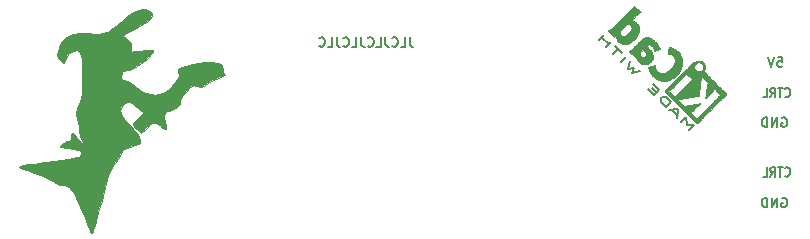
<source format=gbr>
%TF.GenerationSoftware,KiCad,Pcbnew,5.1.12-84ad8e8a86~92~ubuntu20.04.1*%
%TF.CreationDate,2021-11-09T18:46:58+01:00*%
%TF.ProjectId,VacuumPick,56616375-756d-4506-9963-6b2e6b696361,rev?*%
%TF.SameCoordinates,Original*%
%TF.FileFunction,Legend,Bot*%
%TF.FilePolarity,Positive*%
%FSLAX46Y46*%
G04 Gerber Fmt 4.6, Leading zero omitted, Abs format (unit mm)*
G04 Created by KiCad (PCBNEW 5.1.12-84ad8e8a86~92~ubuntu20.04.1) date 2021-11-09 18:46:58*
%MOMM*%
%LPD*%
G01*
G04 APERTURE LIST*
%ADD10C,0.150000*%
%ADD11C,0.002540*%
%ADD12C,0.010000*%
G04 APERTURE END LIST*
D10*
X104295238Y-69361904D02*
X104295238Y-69933333D01*
X104333333Y-70047619D01*
X104409523Y-70123809D01*
X104523809Y-70161904D01*
X104600000Y-70161904D01*
X103533333Y-70161904D02*
X103914285Y-70161904D01*
X103914285Y-69361904D01*
X102809523Y-70085714D02*
X102847619Y-70123809D01*
X102961904Y-70161904D01*
X103038095Y-70161904D01*
X103152380Y-70123809D01*
X103228571Y-70047619D01*
X103266666Y-69971428D01*
X103304761Y-69819047D01*
X103304761Y-69704761D01*
X103266666Y-69552380D01*
X103228571Y-69476190D01*
X103152380Y-69400000D01*
X103038095Y-69361904D01*
X102961904Y-69361904D01*
X102847619Y-69400000D01*
X102809523Y-69438095D01*
X102238095Y-69361904D02*
X102238095Y-69933333D01*
X102276190Y-70047619D01*
X102352380Y-70123809D01*
X102466666Y-70161904D01*
X102542857Y-70161904D01*
X101476190Y-70161904D02*
X101857142Y-70161904D01*
X101857142Y-69361904D01*
X100752380Y-70085714D02*
X100790476Y-70123809D01*
X100904761Y-70161904D01*
X100980952Y-70161904D01*
X101095238Y-70123809D01*
X101171428Y-70047619D01*
X101209523Y-69971428D01*
X101247619Y-69819047D01*
X101247619Y-69704761D01*
X101209523Y-69552380D01*
X101171428Y-69476190D01*
X101095238Y-69400000D01*
X100980952Y-69361904D01*
X100904761Y-69361904D01*
X100790476Y-69400000D01*
X100752380Y-69438095D01*
X100180952Y-69361904D02*
X100180952Y-69933333D01*
X100219047Y-70047619D01*
X100295238Y-70123809D01*
X100409523Y-70161904D01*
X100485714Y-70161904D01*
X99419047Y-70161904D02*
X99800000Y-70161904D01*
X99800000Y-69361904D01*
X98695238Y-70085714D02*
X98733333Y-70123809D01*
X98847619Y-70161904D01*
X98923809Y-70161904D01*
X99038095Y-70123809D01*
X99114285Y-70047619D01*
X99152380Y-69971428D01*
X99190476Y-69819047D01*
X99190476Y-69704761D01*
X99152380Y-69552380D01*
X99114285Y-69476190D01*
X99038095Y-69400000D01*
X98923809Y-69361904D01*
X98847619Y-69361904D01*
X98733333Y-69400000D01*
X98695238Y-69438095D01*
X98123809Y-69361904D02*
X98123809Y-69933333D01*
X98161904Y-70047619D01*
X98238095Y-70123809D01*
X98352380Y-70161904D01*
X98428571Y-70161904D01*
X97361904Y-70161904D02*
X97742857Y-70161904D01*
X97742857Y-69361904D01*
X96638095Y-70085714D02*
X96676190Y-70123809D01*
X96790476Y-70161904D01*
X96866666Y-70161904D01*
X96980952Y-70123809D01*
X97057142Y-70047619D01*
X97095238Y-69971428D01*
X97133333Y-69819047D01*
X97133333Y-69704761D01*
X97095238Y-69552380D01*
X97057142Y-69476190D01*
X96980952Y-69400000D01*
X96866666Y-69361904D01*
X96790476Y-69361904D01*
X96676190Y-69400000D01*
X96638095Y-69438095D01*
X136083333Y-81085714D02*
X136116666Y-81123809D01*
X136216666Y-81161904D01*
X136283333Y-81161904D01*
X136383333Y-81123809D01*
X136450000Y-81047619D01*
X136483333Y-80971428D01*
X136516666Y-80819047D01*
X136516666Y-80704761D01*
X136483333Y-80552380D01*
X136450000Y-80476190D01*
X136383333Y-80400000D01*
X136283333Y-80361904D01*
X136216666Y-80361904D01*
X136116666Y-80400000D01*
X136083333Y-80438095D01*
X135883333Y-80361904D02*
X135483333Y-80361904D01*
X135683333Y-81161904D02*
X135683333Y-80361904D01*
X134850000Y-81161904D02*
X135083333Y-80780952D01*
X135250000Y-81161904D02*
X135250000Y-80361904D01*
X134983333Y-80361904D01*
X134916666Y-80400000D01*
X134883333Y-80438095D01*
X134850000Y-80514285D01*
X134850000Y-80628571D01*
X134883333Y-80704761D01*
X134916666Y-80742857D01*
X134983333Y-80780952D01*
X135250000Y-80780952D01*
X134216666Y-81161904D02*
X134550000Y-81161904D01*
X134550000Y-80361904D01*
X135809523Y-83000000D02*
X135885714Y-82961904D01*
X136000000Y-82961904D01*
X136114285Y-83000000D01*
X136190476Y-83076190D01*
X136228571Y-83152380D01*
X136266666Y-83304761D01*
X136266666Y-83419047D01*
X136228571Y-83571428D01*
X136190476Y-83647619D01*
X136114285Y-83723809D01*
X136000000Y-83761904D01*
X135923809Y-83761904D01*
X135809523Y-83723809D01*
X135771428Y-83685714D01*
X135771428Y-83419047D01*
X135923809Y-83419047D01*
X135428571Y-83761904D02*
X135428571Y-82961904D01*
X134971428Y-83761904D01*
X134971428Y-82961904D01*
X134590476Y-83761904D02*
X134590476Y-82961904D01*
X134400000Y-82961904D01*
X134285714Y-83000000D01*
X134209523Y-83076190D01*
X134171428Y-83152380D01*
X134133333Y-83304761D01*
X134133333Y-83419047D01*
X134171428Y-83571428D01*
X134209523Y-83647619D01*
X134285714Y-83723809D01*
X134400000Y-83761904D01*
X134590476Y-83761904D01*
X135809523Y-76200000D02*
X135885714Y-76161904D01*
X136000000Y-76161904D01*
X136114285Y-76200000D01*
X136190476Y-76276190D01*
X136228571Y-76352380D01*
X136266666Y-76504761D01*
X136266666Y-76619047D01*
X136228571Y-76771428D01*
X136190476Y-76847619D01*
X136114285Y-76923809D01*
X136000000Y-76961904D01*
X135923809Y-76961904D01*
X135809523Y-76923809D01*
X135771428Y-76885714D01*
X135771428Y-76619047D01*
X135923809Y-76619047D01*
X135428571Y-76961904D02*
X135428571Y-76161904D01*
X134971428Y-76961904D01*
X134971428Y-76161904D01*
X134590476Y-76961904D02*
X134590476Y-76161904D01*
X134400000Y-76161904D01*
X134285714Y-76200000D01*
X134209523Y-76276190D01*
X134171428Y-76352380D01*
X134133333Y-76504761D01*
X134133333Y-76619047D01*
X134171428Y-76771428D01*
X134209523Y-76847619D01*
X134285714Y-76923809D01*
X134400000Y-76961904D01*
X134590476Y-76961904D01*
X136083333Y-74385714D02*
X136116666Y-74423809D01*
X136216666Y-74461904D01*
X136283333Y-74461904D01*
X136383333Y-74423809D01*
X136450000Y-74347619D01*
X136483333Y-74271428D01*
X136516666Y-74119047D01*
X136516666Y-74004761D01*
X136483333Y-73852380D01*
X136450000Y-73776190D01*
X136383333Y-73700000D01*
X136283333Y-73661904D01*
X136216666Y-73661904D01*
X136116666Y-73700000D01*
X136083333Y-73738095D01*
X135883333Y-73661904D02*
X135483333Y-73661904D01*
X135683333Y-74461904D02*
X135683333Y-73661904D01*
X134850000Y-74461904D02*
X135083333Y-74080952D01*
X135250000Y-74461904D02*
X135250000Y-73661904D01*
X134983333Y-73661904D01*
X134916666Y-73700000D01*
X134883333Y-73738095D01*
X134850000Y-73814285D01*
X134850000Y-73928571D01*
X134883333Y-74004761D01*
X134916666Y-74042857D01*
X134983333Y-74080952D01*
X135250000Y-74080952D01*
X134216666Y-74461904D02*
X134550000Y-74461904D01*
X134550000Y-73661904D01*
X135452380Y-71061904D02*
X135833333Y-71061904D01*
X135871428Y-71442857D01*
X135833333Y-71404761D01*
X135757142Y-71366666D01*
X135566666Y-71366666D01*
X135490476Y-71404761D01*
X135452380Y-71442857D01*
X135414285Y-71519047D01*
X135414285Y-71709523D01*
X135452380Y-71785714D01*
X135490476Y-71823809D01*
X135566666Y-71861904D01*
X135757142Y-71861904D01*
X135833333Y-71823809D01*
X135871428Y-71785714D01*
X135185714Y-71061904D02*
X134919047Y-71861904D01*
X134652380Y-71061904D01*
D11*
%TO.C,G\u002A\u002A\u002A*%
G36*
X71269796Y-80360693D02*
G01*
X71366782Y-80410983D01*
X71596677Y-80507970D01*
X71923558Y-80637285D01*
X72324078Y-80793542D01*
X72543196Y-80876160D01*
X72995801Y-81052173D01*
X73421465Y-81233574D01*
X73777083Y-81402403D01*
X74026734Y-81537107D01*
X74084208Y-81576620D01*
X74441622Y-81779574D01*
X74772095Y-81837048D01*
X75027135Y-81872969D01*
X75262417Y-81978936D01*
X75524641Y-82169317D01*
X75659345Y-82282468D01*
X75770700Y-82393823D01*
X75871279Y-82523139D01*
X75970062Y-82697356D01*
X76085009Y-82941619D01*
X76226897Y-83281073D01*
X76406502Y-83737270D01*
X76541206Y-84083908D01*
X76785469Y-84705341D01*
X76979442Y-85183091D01*
X77124923Y-85533321D01*
X77236278Y-85770400D01*
X77317100Y-85908696D01*
X77374574Y-85966169D01*
X77415883Y-85957189D01*
X77417679Y-85955393D01*
X77458988Y-85856610D01*
X77532626Y-85628512D01*
X77633205Y-85301630D01*
X77748152Y-84906499D01*
X77769705Y-84827473D01*
X77945718Y-84206039D01*
X78087606Y-83686980D01*
X78218718Y-83207435D01*
X78349829Y-82702744D01*
X78500698Y-82113639D01*
X78504290Y-82106455D01*
X78599481Y-81723896D01*
X78694671Y-81355706D01*
X78768309Y-81066542D01*
X78777290Y-81028825D01*
X78928158Y-80662430D01*
X79215526Y-80202641D01*
X79364598Y-79999687D01*
X79583717Y-79690766D01*
X79765118Y-79408786D01*
X79878269Y-79195056D01*
X79901618Y-79128602D01*
X79937539Y-79017247D01*
X80009381Y-78931037D01*
X80154861Y-78850214D01*
X80404512Y-78755024D01*
X80661347Y-78667017D01*
X81056479Y-78519741D01*
X81322294Y-78386833D01*
X81439038Y-78280866D01*
X81478551Y-78083301D01*
X81424669Y-77853406D01*
X81270209Y-77569630D01*
X81000801Y-77214012D01*
X80611058Y-76770387D01*
X80605670Y-76764999D01*
X80235683Y-76351907D01*
X79984236Y-76025026D01*
X79844144Y-75762802D01*
X79806427Y-75545480D01*
X79860309Y-75347915D01*
X79998604Y-75144961D01*
X80011177Y-75132388D01*
X80217723Y-74933027D01*
X80418880Y-74846816D01*
X80641591Y-74879145D01*
X80916387Y-75035402D01*
X81270209Y-75317382D01*
X81272005Y-75319178D01*
X81839557Y-75807704D01*
X81345643Y-76218999D01*
X81094196Y-76430933D01*
X80954104Y-76571025D01*
X80896630Y-76675196D01*
X80900222Y-76775775D01*
X80912795Y-76827861D01*
X81042110Y-77036203D01*
X81280985Y-77253525D01*
X81588110Y-77481623D01*
X82058675Y-77011058D01*
X82333471Y-76750631D01*
X82545405Y-76614131D01*
X82741175Y-76601558D01*
X82963885Y-76705729D01*
X83263826Y-76923051D01*
X83269214Y-76928440D01*
X83515273Y-77095472D01*
X83658957Y-77127801D01*
X83696674Y-77029018D01*
X83667937Y-76896111D01*
X83583523Y-76567433D01*
X83538621Y-76231572D01*
X83536825Y-75953184D01*
X83554786Y-75866973D01*
X83633812Y-75730473D01*
X83804437Y-75638875D01*
X83948121Y-75595770D01*
X84244470Y-75482618D01*
X84537226Y-75319178D01*
X84582127Y-75285053D01*
X84777897Y-75110836D01*
X84873088Y-74936619D01*
X84905416Y-74717501D01*
X84939541Y-74507363D01*
X85020364Y-74333146D01*
X85178416Y-74135580D01*
X85336469Y-73973935D01*
X85638205Y-73686567D01*
X85859120Y-73515942D01*
X86029744Y-73445896D01*
X86177021Y-73460265D01*
X86263231Y-73503370D01*
X86520066Y-73616521D01*
X86732001Y-73594969D01*
X86956507Y-73431528D01*
X86985244Y-73402791D01*
X87193586Y-73244739D01*
X87513283Y-73061541D01*
X87888658Y-72883732D01*
X87931763Y-72865772D01*
X88632223Y-72574811D01*
X88537032Y-72289239D01*
X88468782Y-72041384D01*
X88432861Y-71833042D01*
X88431065Y-71827654D01*
X88402328Y-71723483D01*
X88305341Y-71648049D01*
X88104184Y-71583391D01*
X87920986Y-71540286D01*
X87603085Y-71484608D01*
X87276204Y-71466648D01*
X86900829Y-71489996D01*
X86435652Y-71556450D01*
X85860916Y-71664213D01*
X85375982Y-71764792D01*
X85036528Y-71856391D01*
X84822798Y-71940805D01*
X84711443Y-72034200D01*
X84677318Y-72143759D01*
X84682706Y-72185068D01*
X84736588Y-72368266D01*
X84785081Y-72441904D01*
X84821002Y-72513746D01*
X84795857Y-72621509D01*
X84700667Y-72802910D01*
X84521061Y-73079502D01*
X84463588Y-73162120D01*
X84170831Y-73505166D01*
X83808029Y-73814087D01*
X83414694Y-74056554D01*
X83039319Y-74205626D01*
X82839958Y-74236159D01*
X82408905Y-74193054D01*
X81938340Y-74052962D01*
X81492919Y-73844620D01*
X81146281Y-73594969D01*
X81124729Y-73573416D01*
X80722413Y-73275271D01*
X80356019Y-73102850D01*
X80097387Y-73005864D01*
X79910598Y-72926837D01*
X79844144Y-72892712D01*
X79836960Y-72788542D01*
X79871085Y-72599956D01*
X79928558Y-72398798D01*
X79995012Y-72253318D01*
X80007585Y-72237154D01*
X80124328Y-72188660D01*
X80338058Y-72150943D01*
X80377571Y-72147351D01*
X80575137Y-72118614D01*
X80756538Y-72062937D01*
X80959492Y-71960562D01*
X81212735Y-71793529D01*
X81555781Y-71543878D01*
X81695873Y-71439707D01*
X82125129Y-71093069D01*
X82414293Y-70814681D01*
X82565162Y-70606339D01*
X82566958Y-70468043D01*
X82559774Y-70457267D01*
X82441234Y-70428530D01*
X82205951Y-70426734D01*
X81902419Y-70453675D01*
X81884458Y-70457267D01*
X81537820Y-70502168D01*
X81216327Y-70539885D01*
X81007985Y-70561438D01*
X80727801Y-70590175D01*
X80727801Y-70191451D01*
X80717025Y-69954373D01*
X80666736Y-69796320D01*
X80541012Y-69652636D01*
X80368591Y-69512544D01*
X80009381Y-69228768D01*
X80273400Y-69040183D01*
X80479946Y-68909071D01*
X80778091Y-68740242D01*
X81106768Y-68569617D01*
X81135505Y-68555249D01*
X81715629Y-68244532D01*
X82135905Y-67967940D01*
X82403517Y-67721881D01*
X82523853Y-67500967D01*
X82525649Y-67491986D01*
X82513076Y-67285441D01*
X82365800Y-67138164D01*
X82069452Y-67035789D01*
X81967077Y-67016033D01*
X81686893Y-66990888D01*
X81417485Y-67019625D01*
X81131913Y-67122000D01*
X80806828Y-67306993D01*
X80417084Y-67588973D01*
X79937539Y-67975124D01*
X79840552Y-68054150D01*
X79445421Y-68384624D01*
X79152664Y-68623499D01*
X78933546Y-68785143D01*
X78759329Y-68891110D01*
X78604869Y-68955768D01*
X78441428Y-68997077D01*
X78328277Y-69020426D01*
X78017560Y-69050959D01*
X77618837Y-69054551D01*
X77198561Y-69032998D01*
X77097982Y-69022222D01*
X76656153Y-68986301D01*
X76304127Y-69000669D01*
X75980838Y-69068919D01*
X75797641Y-69129985D01*
X75321687Y-69347307D01*
X74975049Y-69622103D01*
X74727194Y-69988498D01*
X74619431Y-70243537D01*
X74499096Y-70626096D01*
X74468563Y-70904484D01*
X74529629Y-71123602D01*
X74684089Y-71321168D01*
X74689477Y-71330148D01*
X74876266Y-71481016D01*
X75018154Y-71536694D01*
X75084608Y-71488200D01*
X75081016Y-71427135D01*
X75111549Y-71310391D01*
X75213924Y-71107438D01*
X75296542Y-70970938D01*
X75468963Y-70730267D01*
X75627016Y-70593767D01*
X75799437Y-70518333D01*
X76101173Y-70489596D01*
X76331068Y-70611727D01*
X76492712Y-70888319D01*
X76578923Y-71315780D01*
X76595087Y-71892312D01*
X76589699Y-72062937D01*
X76571739Y-72515542D01*
X76569943Y-72991495D01*
X76582515Y-73409975D01*
X76589699Y-73514146D01*
X76600476Y-73884133D01*
X76562758Y-74202034D01*
X76463976Y-74541488D01*
X76356213Y-74825264D01*
X76164035Y-75376651D01*
X76086805Y-75845421D01*
X76117338Y-76267493D01*
X76208936Y-76571025D01*
X76293351Y-76881742D01*
X76334660Y-77231972D01*
X76336456Y-77330755D01*
X76395726Y-77763603D01*
X76523245Y-78013255D01*
X76641785Y-78210820D01*
X76654357Y-78302419D01*
X76577127Y-78293439D01*
X76426259Y-78189268D01*
X76225101Y-77995294D01*
X76133502Y-77892919D01*
X75935937Y-77673801D01*
X75774292Y-77515748D01*
X75688082Y-77454683D01*
X75650364Y-77528321D01*
X75643180Y-77707926D01*
X75644976Y-77724090D01*
X75646772Y-77894715D01*
X75594687Y-78007866D01*
X75451003Y-78115629D01*
X75323483Y-78189268D01*
X75072036Y-78329360D01*
X74854714Y-78446103D01*
X74800832Y-78474840D01*
X74680497Y-78559254D01*
X74705642Y-78631096D01*
X74881655Y-78688570D01*
X75215720Y-78738859D01*
X75350424Y-78755024D01*
X75885647Y-78826866D01*
X76261022Y-78922056D01*
X76472956Y-79033412D01*
X76519653Y-79162727D01*
X76458588Y-79259714D01*
X76411890Y-79392622D01*
X76420870Y-79433931D01*
X76356213Y-79473444D01*
X76142483Y-79529122D01*
X75799437Y-79599168D01*
X75343240Y-79678194D01*
X74799036Y-79766201D01*
X74181195Y-79856003D01*
X73511267Y-79947602D01*
X72810807Y-80037404D01*
X72588097Y-80062549D01*
X72018749Y-80139779D01*
X71603861Y-80209825D01*
X71350618Y-80276279D01*
X71259019Y-80339141D01*
X71269796Y-80360693D01*
G37*
X71269796Y-80360693D02*
X71366782Y-80410983D01*
X71596677Y-80507970D01*
X71923558Y-80637285D01*
X72324078Y-80793542D01*
X72543196Y-80876160D01*
X72995801Y-81052173D01*
X73421465Y-81233574D01*
X73777083Y-81402403D01*
X74026734Y-81537107D01*
X74084208Y-81576620D01*
X74441622Y-81779574D01*
X74772095Y-81837048D01*
X75027135Y-81872969D01*
X75262417Y-81978936D01*
X75524641Y-82169317D01*
X75659345Y-82282468D01*
X75770700Y-82393823D01*
X75871279Y-82523139D01*
X75970062Y-82697356D01*
X76085009Y-82941619D01*
X76226897Y-83281073D01*
X76406502Y-83737270D01*
X76541206Y-84083908D01*
X76785469Y-84705341D01*
X76979442Y-85183091D01*
X77124923Y-85533321D01*
X77236278Y-85770400D01*
X77317100Y-85908696D01*
X77374574Y-85966169D01*
X77415883Y-85957189D01*
X77417679Y-85955393D01*
X77458988Y-85856610D01*
X77532626Y-85628512D01*
X77633205Y-85301630D01*
X77748152Y-84906499D01*
X77769705Y-84827473D01*
X77945718Y-84206039D01*
X78087606Y-83686980D01*
X78218718Y-83207435D01*
X78349829Y-82702744D01*
X78500698Y-82113639D01*
X78504290Y-82106455D01*
X78599481Y-81723896D01*
X78694671Y-81355706D01*
X78768309Y-81066542D01*
X78777290Y-81028825D01*
X78928158Y-80662430D01*
X79215526Y-80202641D01*
X79364598Y-79999687D01*
X79583717Y-79690766D01*
X79765118Y-79408786D01*
X79878269Y-79195056D01*
X79901618Y-79128602D01*
X79937539Y-79017247D01*
X80009381Y-78931037D01*
X80154861Y-78850214D01*
X80404512Y-78755024D01*
X80661347Y-78667017D01*
X81056479Y-78519741D01*
X81322294Y-78386833D01*
X81439038Y-78280866D01*
X81478551Y-78083301D01*
X81424669Y-77853406D01*
X81270209Y-77569630D01*
X81000801Y-77214012D01*
X80611058Y-76770387D01*
X80605670Y-76764999D01*
X80235683Y-76351907D01*
X79984236Y-76025026D01*
X79844144Y-75762802D01*
X79806427Y-75545480D01*
X79860309Y-75347915D01*
X79998604Y-75144961D01*
X80011177Y-75132388D01*
X80217723Y-74933027D01*
X80418880Y-74846816D01*
X80641591Y-74879145D01*
X80916387Y-75035402D01*
X81270209Y-75317382D01*
X81272005Y-75319178D01*
X81839557Y-75807704D01*
X81345643Y-76218999D01*
X81094196Y-76430933D01*
X80954104Y-76571025D01*
X80896630Y-76675196D01*
X80900222Y-76775775D01*
X80912795Y-76827861D01*
X81042110Y-77036203D01*
X81280985Y-77253525D01*
X81588110Y-77481623D01*
X82058675Y-77011058D01*
X82333471Y-76750631D01*
X82545405Y-76614131D01*
X82741175Y-76601558D01*
X82963885Y-76705729D01*
X83263826Y-76923051D01*
X83269214Y-76928440D01*
X83515273Y-77095472D01*
X83658957Y-77127801D01*
X83696674Y-77029018D01*
X83667937Y-76896111D01*
X83583523Y-76567433D01*
X83538621Y-76231572D01*
X83536825Y-75953184D01*
X83554786Y-75866973D01*
X83633812Y-75730473D01*
X83804437Y-75638875D01*
X83948121Y-75595770D01*
X84244470Y-75482618D01*
X84537226Y-75319178D01*
X84582127Y-75285053D01*
X84777897Y-75110836D01*
X84873088Y-74936619D01*
X84905416Y-74717501D01*
X84939541Y-74507363D01*
X85020364Y-74333146D01*
X85178416Y-74135580D01*
X85336469Y-73973935D01*
X85638205Y-73686567D01*
X85859120Y-73515942D01*
X86029744Y-73445896D01*
X86177021Y-73460265D01*
X86263231Y-73503370D01*
X86520066Y-73616521D01*
X86732001Y-73594969D01*
X86956507Y-73431528D01*
X86985244Y-73402791D01*
X87193586Y-73244739D01*
X87513283Y-73061541D01*
X87888658Y-72883732D01*
X87931763Y-72865772D01*
X88632223Y-72574811D01*
X88537032Y-72289239D01*
X88468782Y-72041384D01*
X88432861Y-71833042D01*
X88431065Y-71827654D01*
X88402328Y-71723483D01*
X88305341Y-71648049D01*
X88104184Y-71583391D01*
X87920986Y-71540286D01*
X87603085Y-71484608D01*
X87276204Y-71466648D01*
X86900829Y-71489996D01*
X86435652Y-71556450D01*
X85860916Y-71664213D01*
X85375982Y-71764792D01*
X85036528Y-71856391D01*
X84822798Y-71940805D01*
X84711443Y-72034200D01*
X84677318Y-72143759D01*
X84682706Y-72185068D01*
X84736588Y-72368266D01*
X84785081Y-72441904D01*
X84821002Y-72513746D01*
X84795857Y-72621509D01*
X84700667Y-72802910D01*
X84521061Y-73079502D01*
X84463588Y-73162120D01*
X84170831Y-73505166D01*
X83808029Y-73814087D01*
X83414694Y-74056554D01*
X83039319Y-74205626D01*
X82839958Y-74236159D01*
X82408905Y-74193054D01*
X81938340Y-74052962D01*
X81492919Y-73844620D01*
X81146281Y-73594969D01*
X81124729Y-73573416D01*
X80722413Y-73275271D01*
X80356019Y-73102850D01*
X80097387Y-73005864D01*
X79910598Y-72926837D01*
X79844144Y-72892712D01*
X79836960Y-72788542D01*
X79871085Y-72599956D01*
X79928558Y-72398798D01*
X79995012Y-72253318D01*
X80007585Y-72237154D01*
X80124328Y-72188660D01*
X80338058Y-72150943D01*
X80377571Y-72147351D01*
X80575137Y-72118614D01*
X80756538Y-72062937D01*
X80959492Y-71960562D01*
X81212735Y-71793529D01*
X81555781Y-71543878D01*
X81695873Y-71439707D01*
X82125129Y-71093069D01*
X82414293Y-70814681D01*
X82565162Y-70606339D01*
X82566958Y-70468043D01*
X82559774Y-70457267D01*
X82441234Y-70428530D01*
X82205951Y-70426734D01*
X81902419Y-70453675D01*
X81884458Y-70457267D01*
X81537820Y-70502168D01*
X81216327Y-70539885D01*
X81007985Y-70561438D01*
X80727801Y-70590175D01*
X80727801Y-70191451D01*
X80717025Y-69954373D01*
X80666736Y-69796320D01*
X80541012Y-69652636D01*
X80368591Y-69512544D01*
X80009381Y-69228768D01*
X80273400Y-69040183D01*
X80479946Y-68909071D01*
X80778091Y-68740242D01*
X81106768Y-68569617D01*
X81135505Y-68555249D01*
X81715629Y-68244532D01*
X82135905Y-67967940D01*
X82403517Y-67721881D01*
X82523853Y-67500967D01*
X82525649Y-67491986D01*
X82513076Y-67285441D01*
X82365800Y-67138164D01*
X82069452Y-67035789D01*
X81967077Y-67016033D01*
X81686893Y-66990888D01*
X81417485Y-67019625D01*
X81131913Y-67122000D01*
X80806828Y-67306993D01*
X80417084Y-67588973D01*
X79937539Y-67975124D01*
X79840552Y-68054150D01*
X79445421Y-68384624D01*
X79152664Y-68623499D01*
X78933546Y-68785143D01*
X78759329Y-68891110D01*
X78604869Y-68955768D01*
X78441428Y-68997077D01*
X78328277Y-69020426D01*
X78017560Y-69050959D01*
X77618837Y-69054551D01*
X77198561Y-69032998D01*
X77097982Y-69022222D01*
X76656153Y-68986301D01*
X76304127Y-69000669D01*
X75980838Y-69068919D01*
X75797641Y-69129985D01*
X75321687Y-69347307D01*
X74975049Y-69622103D01*
X74727194Y-69988498D01*
X74619431Y-70243537D01*
X74499096Y-70626096D01*
X74468563Y-70904484D01*
X74529629Y-71123602D01*
X74684089Y-71321168D01*
X74689477Y-71330148D01*
X74876266Y-71481016D01*
X75018154Y-71536694D01*
X75084608Y-71488200D01*
X75081016Y-71427135D01*
X75111549Y-71310391D01*
X75213924Y-71107438D01*
X75296542Y-70970938D01*
X75468963Y-70730267D01*
X75627016Y-70593767D01*
X75799437Y-70518333D01*
X76101173Y-70489596D01*
X76331068Y-70611727D01*
X76492712Y-70888319D01*
X76578923Y-71315780D01*
X76595087Y-71892312D01*
X76589699Y-72062937D01*
X76571739Y-72515542D01*
X76569943Y-72991495D01*
X76582515Y-73409975D01*
X76589699Y-73514146D01*
X76600476Y-73884133D01*
X76562758Y-74202034D01*
X76463976Y-74541488D01*
X76356213Y-74825264D01*
X76164035Y-75376651D01*
X76086805Y-75845421D01*
X76117338Y-76267493D01*
X76208936Y-76571025D01*
X76293351Y-76881742D01*
X76334660Y-77231972D01*
X76336456Y-77330755D01*
X76395726Y-77763603D01*
X76523245Y-78013255D01*
X76641785Y-78210820D01*
X76654357Y-78302419D01*
X76577127Y-78293439D01*
X76426259Y-78189268D01*
X76225101Y-77995294D01*
X76133502Y-77892919D01*
X75935937Y-77673801D01*
X75774292Y-77515748D01*
X75688082Y-77454683D01*
X75650364Y-77528321D01*
X75643180Y-77707926D01*
X75644976Y-77724090D01*
X75646772Y-77894715D01*
X75594687Y-78007866D01*
X75451003Y-78115629D01*
X75323483Y-78189268D01*
X75072036Y-78329360D01*
X74854714Y-78446103D01*
X74800832Y-78474840D01*
X74680497Y-78559254D01*
X74705642Y-78631096D01*
X74881655Y-78688570D01*
X75215720Y-78738859D01*
X75350424Y-78755024D01*
X75885647Y-78826866D01*
X76261022Y-78922056D01*
X76472956Y-79033412D01*
X76519653Y-79162727D01*
X76458588Y-79259714D01*
X76411890Y-79392622D01*
X76420870Y-79433931D01*
X76356213Y-79473444D01*
X76142483Y-79529122D01*
X75799437Y-79599168D01*
X75343240Y-79678194D01*
X74799036Y-79766201D01*
X74181195Y-79856003D01*
X73511267Y-79947602D01*
X72810807Y-80037404D01*
X72588097Y-80062549D01*
X72018749Y-80139779D01*
X71603861Y-80209825D01*
X71350618Y-80276279D01*
X71259019Y-80339141D01*
X71269796Y-80360693D01*
D12*
G36*
X122339905Y-67686745D02*
G01*
X122237231Y-67789414D01*
X122141760Y-67884860D01*
X122053221Y-67973358D01*
X121971340Y-68055176D01*
X121895844Y-68130581D01*
X121826461Y-68199847D01*
X121762918Y-68263242D01*
X121704940Y-68321036D01*
X121652257Y-68373498D01*
X121604594Y-68420898D01*
X121561679Y-68463508D01*
X121523239Y-68501595D01*
X121489000Y-68535431D01*
X121458691Y-68565284D01*
X121432038Y-68591425D01*
X121408767Y-68614124D01*
X121388606Y-68633650D01*
X121371283Y-68650273D01*
X121356525Y-68664263D01*
X121344057Y-68675891D01*
X121333608Y-68685424D01*
X121324904Y-68693135D01*
X121317672Y-68699292D01*
X121311641Y-68704165D01*
X121307853Y-68707055D01*
X121253734Y-68743318D01*
X121202264Y-68769676D01*
X121153003Y-68786353D01*
X121149091Y-68787289D01*
X121130395Y-68791773D01*
X121116252Y-68795465D01*
X121109347Y-68797657D01*
X121109101Y-68797813D01*
X121112464Y-68801732D01*
X121122720Y-68812514D01*
X121139268Y-68829551D01*
X121161505Y-68852233D01*
X121188831Y-68879951D01*
X121220645Y-68912096D01*
X121256346Y-68948060D01*
X121295330Y-68987231D01*
X121336998Y-69029001D01*
X121363758Y-69055779D01*
X121620069Y-69312090D01*
X121733074Y-69199086D01*
X121734810Y-69237122D01*
X121743264Y-69311146D01*
X121761639Y-69386150D01*
X121789483Y-69461023D01*
X121826341Y-69534655D01*
X121871759Y-69605936D01*
X121901746Y-69645640D01*
X121918625Y-69665621D01*
X121939373Y-69688577D01*
X121962006Y-69712476D01*
X121984542Y-69735288D01*
X122005001Y-69754980D01*
X122021398Y-69769521D01*
X122026626Y-69773625D01*
X122061801Y-69799242D01*
X122090473Y-69819478D01*
X122114444Y-69835511D01*
X122135516Y-69848519D01*
X122155491Y-69859681D01*
X122168115Y-69866192D01*
X122245251Y-69899245D01*
X122326864Y-69923623D01*
X122410968Y-69938938D01*
X122495573Y-69944806D01*
X122560832Y-69942559D01*
X122658055Y-69929380D01*
X122753668Y-69905988D01*
X122847766Y-69872333D01*
X122940443Y-69828369D01*
X123031793Y-69774046D01*
X123121909Y-69709315D01*
X123210886Y-69634129D01*
X123271985Y-69575809D01*
X123309739Y-69536141D01*
X122814728Y-69041131D01*
X122779478Y-69075935D01*
X122744666Y-69109222D01*
X122711873Y-69139431D01*
X122682685Y-69165003D01*
X122658683Y-69184376D01*
X122656038Y-69186349D01*
X122599532Y-69225267D01*
X122547217Y-69255394D01*
X122498076Y-69277152D01*
X122451092Y-69290963D01*
X122405245Y-69297248D01*
X122387254Y-69297751D01*
X122349182Y-69296040D01*
X122317147Y-69290403D01*
X122287003Y-69279795D01*
X122258168Y-69265192D01*
X122236685Y-69250144D01*
X122212207Y-69228220D01*
X122186907Y-69201782D01*
X122162961Y-69173190D01*
X122142541Y-69144805D01*
X122133285Y-69129572D01*
X122116268Y-69094408D01*
X122100299Y-69052869D01*
X122086782Y-69009155D01*
X122077127Y-68967467D01*
X122075211Y-68956106D01*
X122069067Y-68915479D01*
X122745965Y-68238580D01*
X122786608Y-68245372D01*
X122851811Y-68260880D01*
X122911134Y-68284850D01*
X122965705Y-68317821D01*
X123003280Y-68347958D01*
X123040652Y-68385931D01*
X123068136Y-68425004D01*
X123086419Y-68466683D01*
X123096187Y-68512471D01*
X123098307Y-68556015D01*
X123093853Y-68605199D01*
X123081571Y-68656320D01*
X123061188Y-68709957D01*
X123032431Y-68766693D01*
X122995029Y-68827105D01*
X122948710Y-68891774D01*
X122928430Y-68917944D01*
X122907266Y-68943216D01*
X122880205Y-68973212D01*
X122848831Y-69006370D01*
X122814728Y-69041131D01*
X123309739Y-69536141D01*
X123364249Y-69478866D01*
X123446535Y-69382569D01*
X123518805Y-69287024D01*
X123581024Y-69192332D01*
X123633153Y-69098598D01*
X123675156Y-69005926D01*
X123706997Y-68914419D01*
X123728638Y-68824182D01*
X123740043Y-68735317D01*
X123741173Y-68647929D01*
X123731994Y-68562122D01*
X123712466Y-68477998D01*
X123687740Y-68407979D01*
X123655143Y-68340801D01*
X123613584Y-68274903D01*
X123564373Y-68211518D01*
X123508820Y-68151884D01*
X123448236Y-68097234D01*
X123383933Y-68048802D01*
X123317222Y-68007822D01*
X123249414Y-67975529D01*
X123215077Y-67962884D01*
X123172042Y-67950368D01*
X123128271Y-67940670D01*
X123088094Y-67934704D01*
X123076347Y-67933707D01*
X123051586Y-67932099D01*
X123367020Y-67619634D01*
X123427060Y-67560213D01*
X123480033Y-67507909D01*
X123526335Y-67462340D01*
X123566365Y-67423123D01*
X123600521Y-67389873D01*
X123629202Y-67362208D01*
X123652803Y-67339745D01*
X123671725Y-67322100D01*
X123686365Y-67308890D01*
X123697120Y-67299733D01*
X123704389Y-67294243D01*
X123705955Y-67293251D01*
X123740677Y-67275819D01*
X123779307Y-67261523D01*
X123816740Y-67252165D01*
X123826225Y-67250688D01*
X123843625Y-67247909D01*
X123856549Y-67244916D01*
X123861424Y-67242857D01*
X123858492Y-67238344D01*
X123848098Y-67226551D01*
X123830352Y-67207591D01*
X123805364Y-67181578D01*
X123773246Y-67148627D01*
X123734107Y-67108850D01*
X123688058Y-67062360D01*
X123635210Y-67009272D01*
X123595725Y-66969741D01*
X123326317Y-66700333D01*
X122339905Y-67686745D01*
G37*
X122339905Y-67686745D02*
X122237231Y-67789414D01*
X122141760Y-67884860D01*
X122053221Y-67973358D01*
X121971340Y-68055176D01*
X121895844Y-68130581D01*
X121826461Y-68199847D01*
X121762918Y-68263242D01*
X121704940Y-68321036D01*
X121652257Y-68373498D01*
X121604594Y-68420898D01*
X121561679Y-68463508D01*
X121523239Y-68501595D01*
X121489000Y-68535431D01*
X121458691Y-68565284D01*
X121432038Y-68591425D01*
X121408767Y-68614124D01*
X121388606Y-68633650D01*
X121371283Y-68650273D01*
X121356525Y-68664263D01*
X121344057Y-68675891D01*
X121333608Y-68685424D01*
X121324904Y-68693135D01*
X121317672Y-68699292D01*
X121311641Y-68704165D01*
X121307853Y-68707055D01*
X121253734Y-68743318D01*
X121202264Y-68769676D01*
X121153003Y-68786353D01*
X121149091Y-68787289D01*
X121130395Y-68791773D01*
X121116252Y-68795465D01*
X121109347Y-68797657D01*
X121109101Y-68797813D01*
X121112464Y-68801732D01*
X121122720Y-68812514D01*
X121139268Y-68829551D01*
X121161505Y-68852233D01*
X121188831Y-68879951D01*
X121220645Y-68912096D01*
X121256346Y-68948060D01*
X121295330Y-68987231D01*
X121336998Y-69029001D01*
X121363758Y-69055779D01*
X121620069Y-69312090D01*
X121733074Y-69199086D01*
X121734810Y-69237122D01*
X121743264Y-69311146D01*
X121761639Y-69386150D01*
X121789483Y-69461023D01*
X121826341Y-69534655D01*
X121871759Y-69605936D01*
X121901746Y-69645640D01*
X121918625Y-69665621D01*
X121939373Y-69688577D01*
X121962006Y-69712476D01*
X121984542Y-69735288D01*
X122005001Y-69754980D01*
X122021398Y-69769521D01*
X122026626Y-69773625D01*
X122061801Y-69799242D01*
X122090473Y-69819478D01*
X122114444Y-69835511D01*
X122135516Y-69848519D01*
X122155491Y-69859681D01*
X122168115Y-69866192D01*
X122245251Y-69899245D01*
X122326864Y-69923623D01*
X122410968Y-69938938D01*
X122495573Y-69944806D01*
X122560832Y-69942559D01*
X122658055Y-69929380D01*
X122753668Y-69905988D01*
X122847766Y-69872333D01*
X122940443Y-69828369D01*
X123031793Y-69774046D01*
X123121909Y-69709315D01*
X123210886Y-69634129D01*
X123271985Y-69575809D01*
X123309739Y-69536141D01*
X122814728Y-69041131D01*
X122779478Y-69075935D01*
X122744666Y-69109222D01*
X122711873Y-69139431D01*
X122682685Y-69165003D01*
X122658683Y-69184376D01*
X122656038Y-69186349D01*
X122599532Y-69225267D01*
X122547217Y-69255394D01*
X122498076Y-69277152D01*
X122451092Y-69290963D01*
X122405245Y-69297248D01*
X122387254Y-69297751D01*
X122349182Y-69296040D01*
X122317147Y-69290403D01*
X122287003Y-69279795D01*
X122258168Y-69265192D01*
X122236685Y-69250144D01*
X122212207Y-69228220D01*
X122186907Y-69201782D01*
X122162961Y-69173190D01*
X122142541Y-69144805D01*
X122133285Y-69129572D01*
X122116268Y-69094408D01*
X122100299Y-69052869D01*
X122086782Y-69009155D01*
X122077127Y-68967467D01*
X122075211Y-68956106D01*
X122069067Y-68915479D01*
X122745965Y-68238580D01*
X122786608Y-68245372D01*
X122851811Y-68260880D01*
X122911134Y-68284850D01*
X122965705Y-68317821D01*
X123003280Y-68347958D01*
X123040652Y-68385931D01*
X123068136Y-68425004D01*
X123086419Y-68466683D01*
X123096187Y-68512471D01*
X123098307Y-68556015D01*
X123093853Y-68605199D01*
X123081571Y-68656320D01*
X123061188Y-68709957D01*
X123032431Y-68766693D01*
X122995029Y-68827105D01*
X122948710Y-68891774D01*
X122928430Y-68917944D01*
X122907266Y-68943216D01*
X122880205Y-68973212D01*
X122848831Y-69006370D01*
X122814728Y-69041131D01*
X123309739Y-69536141D01*
X123364249Y-69478866D01*
X123446535Y-69382569D01*
X123518805Y-69287024D01*
X123581024Y-69192332D01*
X123633153Y-69098598D01*
X123675156Y-69005926D01*
X123706997Y-68914419D01*
X123728638Y-68824182D01*
X123740043Y-68735317D01*
X123741173Y-68647929D01*
X123731994Y-68562122D01*
X123712466Y-68477998D01*
X123687740Y-68407979D01*
X123655143Y-68340801D01*
X123613584Y-68274903D01*
X123564373Y-68211518D01*
X123508820Y-68151884D01*
X123448236Y-68097234D01*
X123383933Y-68048802D01*
X123317222Y-68007822D01*
X123249414Y-67975529D01*
X123215077Y-67962884D01*
X123172042Y-67950368D01*
X123128271Y-67940670D01*
X123088094Y-67934704D01*
X123076347Y-67933707D01*
X123051586Y-67932099D01*
X123367020Y-67619634D01*
X123427060Y-67560213D01*
X123480033Y-67507909D01*
X123526335Y-67462340D01*
X123566365Y-67423123D01*
X123600521Y-67389873D01*
X123629202Y-67362208D01*
X123652803Y-67339745D01*
X123671725Y-67322100D01*
X123686365Y-67308890D01*
X123697120Y-67299733D01*
X123704389Y-67294243D01*
X123705955Y-67293251D01*
X123740677Y-67275819D01*
X123779307Y-67261523D01*
X123816740Y-67252165D01*
X123826225Y-67250688D01*
X123843625Y-67247909D01*
X123856549Y-67244916D01*
X123861424Y-67242857D01*
X123858492Y-67238344D01*
X123848098Y-67226551D01*
X123830352Y-67207591D01*
X123805364Y-67181578D01*
X123773246Y-67148627D01*
X123734107Y-67108850D01*
X123688058Y-67062360D01*
X123635210Y-67009272D01*
X123595725Y-66969741D01*
X123326317Y-66700333D01*
X122339905Y-67686745D01*
G36*
X124980126Y-69625045D02*
G01*
X124923104Y-69573948D01*
X124867891Y-69529118D01*
X124853449Y-69518281D01*
X124774489Y-69465212D01*
X124695979Y-69422514D01*
X124618021Y-69390205D01*
X124540717Y-69368303D01*
X124464170Y-69356830D01*
X124388483Y-69355804D01*
X124313759Y-69365245D01*
X124240101Y-69385173D01*
X124209981Y-69396481D01*
X124176751Y-69411306D01*
X124138801Y-69430340D01*
X124099940Y-69451528D01*
X124063978Y-69472815D01*
X124042078Y-69487010D01*
X124027232Y-69497150D01*
X124013573Y-69506584D01*
X124000631Y-69515752D01*
X123987935Y-69525096D01*
X123975011Y-69535055D01*
X123961389Y-69546072D01*
X123946596Y-69558586D01*
X123930162Y-69573040D01*
X123911614Y-69589874D01*
X123890479Y-69609528D01*
X123866287Y-69632444D01*
X123838567Y-69659063D01*
X123806844Y-69689825D01*
X123770648Y-69725171D01*
X123729509Y-69765542D01*
X123682952Y-69811381D01*
X123630508Y-69863125D01*
X123571703Y-69921218D01*
X123506066Y-69986100D01*
X123472372Y-70019411D01*
X123403744Y-70087244D01*
X123342217Y-70148021D01*
X123287378Y-70202136D01*
X123238816Y-70249986D01*
X123196119Y-70291969D01*
X123158877Y-70328480D01*
X123126676Y-70359918D01*
X123099106Y-70386679D01*
X123075753Y-70409160D01*
X123056209Y-70427756D01*
X123040059Y-70442867D01*
X123026893Y-70454886D01*
X123016299Y-70464213D01*
X123007864Y-70471244D01*
X123001178Y-70476374D01*
X122995828Y-70480001D01*
X122992383Y-70482009D01*
X122959990Y-70497170D01*
X122924639Y-70509956D01*
X122890508Y-70519008D01*
X122867628Y-70522583D01*
X122851573Y-70524256D01*
X122840582Y-70525844D01*
X122837663Y-70526650D01*
X122841049Y-70530546D01*
X122851326Y-70541306D01*
X122867894Y-70558323D01*
X122890151Y-70580986D01*
X122917493Y-70608688D01*
X122949321Y-70640820D01*
X122985032Y-70676772D01*
X123024024Y-70715935D01*
X123065697Y-70757701D01*
X123092457Y-70784478D01*
X123348769Y-71040790D01*
X123461773Y-70927786D01*
X123463558Y-70967467D01*
X123471540Y-71039028D01*
X123488704Y-71112234D01*
X123514319Y-71185015D01*
X123547652Y-71255305D01*
X123587975Y-71321035D01*
X123588984Y-71322486D01*
X123601484Y-71338932D01*
X123619130Y-71360211D01*
X123640298Y-71384556D01*
X123663367Y-71410199D01*
X123686711Y-71435370D01*
X123708710Y-71458304D01*
X123727739Y-71477231D01*
X123742175Y-71490383D01*
X123745730Y-71493211D01*
X123799008Y-71531698D01*
X123847072Y-71563419D01*
X123891830Y-71589442D01*
X123935184Y-71610834D01*
X123979044Y-71628659D01*
X124002499Y-71636811D01*
X124062328Y-71654354D01*
X124118099Y-71665758D01*
X124173851Y-71671702D01*
X124216696Y-71672986D01*
X124297380Y-71667955D01*
X124376452Y-71652554D01*
X124453618Y-71626913D01*
X124528590Y-71591163D01*
X124601073Y-71545433D01*
X124670776Y-71489856D01*
X124697336Y-71464857D01*
X124243996Y-71011518D01*
X124206208Y-71039780D01*
X124167844Y-71058038D01*
X124131802Y-71066358D01*
X124090964Y-71067620D01*
X124048067Y-71062199D01*
X124005848Y-71050469D01*
X123967046Y-71032805D01*
X123962081Y-71029903D01*
X123942387Y-71015752D01*
X123918930Y-70995415D01*
X123894112Y-70971308D01*
X123870336Y-70945848D01*
X123850004Y-70921450D01*
X123838957Y-70906070D01*
X123815210Y-70861128D01*
X123798587Y-70811249D01*
X123789612Y-70759182D01*
X123788809Y-70707675D01*
X123794026Y-70670418D01*
X123800308Y-70641636D01*
X124028862Y-70413082D01*
X124061274Y-70437101D01*
X124086492Y-70457569D01*
X124115642Y-70484065D01*
X124146318Y-70514149D01*
X124176113Y-70545373D01*
X124202621Y-70575294D01*
X124223435Y-70601465D01*
X124224535Y-70602981D01*
X124258355Y-70655209D01*
X124285144Y-70707849D01*
X124304320Y-70759407D01*
X124315298Y-70808383D01*
X124317803Y-70842539D01*
X124312698Y-70890667D01*
X124298113Y-70935708D01*
X124274922Y-70976410D01*
X124243996Y-71011518D01*
X124697336Y-71464857D01*
X124710683Y-71452295D01*
X124767853Y-71388604D01*
X124814937Y-71321740D01*
X124851916Y-71251800D01*
X124878770Y-71178884D01*
X124895478Y-71103092D01*
X124902021Y-71024519D01*
X124898378Y-70943267D01*
X124884529Y-70859435D01*
X124860453Y-70773119D01*
X124853688Y-70753542D01*
X124827126Y-70687278D01*
X124794861Y-70621639D01*
X124756350Y-70555878D01*
X124711047Y-70489239D01*
X124658407Y-70420977D01*
X124597885Y-70350336D01*
X124528936Y-70276570D01*
X124451015Y-70198925D01*
X124450962Y-70198875D01*
X124341445Y-70093015D01*
X124363500Y-70070960D01*
X124396313Y-70042873D01*
X124435404Y-70016902D01*
X124476482Y-69995744D01*
X124494591Y-69988471D01*
X124542004Y-69975874D01*
X124587928Y-69973135D01*
X124632821Y-69980387D01*
X124677140Y-69997764D01*
X124721343Y-70025402D01*
X124765887Y-70063432D01*
X124772547Y-70069963D01*
X124831111Y-70135165D01*
X124885034Y-70209145D01*
X124933727Y-70290907D01*
X124976600Y-70379452D01*
X125013065Y-70473783D01*
X125016034Y-70482588D01*
X125023374Y-70503254D01*
X125029958Y-70519344D01*
X125034873Y-70528753D01*
X125036686Y-70530303D01*
X125045680Y-70527205D01*
X125062743Y-70520583D01*
X125086705Y-70510933D01*
X125116398Y-70498752D01*
X125150651Y-70484538D01*
X125188298Y-70468786D01*
X125228169Y-70451994D01*
X125269095Y-70434659D01*
X125309907Y-70417276D01*
X125349437Y-70400345D01*
X125386515Y-70384359D01*
X125419975Y-70369818D01*
X125448646Y-70357216D01*
X125471358Y-70347052D01*
X125486945Y-70339822D01*
X125494237Y-70336023D01*
X125494631Y-70335654D01*
X125492125Y-70328284D01*
X125484071Y-70317555D01*
X125480852Y-70314159D01*
X125470753Y-70302561D01*
X125457184Y-70284405D01*
X125439887Y-70259287D01*
X125418602Y-70226809D01*
X125393070Y-70186572D01*
X125363032Y-70138174D01*
X125328228Y-70081215D01*
X125302902Y-70039370D01*
X125279648Y-70001108D01*
X125256582Y-69963676D01*
X125234668Y-69928601D01*
X125214870Y-69897408D01*
X125198151Y-69871622D01*
X125185475Y-69852769D01*
X125181605Y-69847308D01*
X125139694Y-69793542D01*
X125090655Y-69737082D01*
X125036720Y-69680171D01*
X124980126Y-69625045D01*
G37*
X124980126Y-69625045D02*
X124923104Y-69573948D01*
X124867891Y-69529118D01*
X124853449Y-69518281D01*
X124774489Y-69465212D01*
X124695979Y-69422514D01*
X124618021Y-69390205D01*
X124540717Y-69368303D01*
X124464170Y-69356830D01*
X124388483Y-69355804D01*
X124313759Y-69365245D01*
X124240101Y-69385173D01*
X124209981Y-69396481D01*
X124176751Y-69411306D01*
X124138801Y-69430340D01*
X124099940Y-69451528D01*
X124063978Y-69472815D01*
X124042078Y-69487010D01*
X124027232Y-69497150D01*
X124013573Y-69506584D01*
X124000631Y-69515752D01*
X123987935Y-69525096D01*
X123975011Y-69535055D01*
X123961389Y-69546072D01*
X123946596Y-69558586D01*
X123930162Y-69573040D01*
X123911614Y-69589874D01*
X123890479Y-69609528D01*
X123866287Y-69632444D01*
X123838567Y-69659063D01*
X123806844Y-69689825D01*
X123770648Y-69725171D01*
X123729509Y-69765542D01*
X123682952Y-69811381D01*
X123630508Y-69863125D01*
X123571703Y-69921218D01*
X123506066Y-69986100D01*
X123472372Y-70019411D01*
X123403744Y-70087244D01*
X123342217Y-70148021D01*
X123287378Y-70202136D01*
X123238816Y-70249986D01*
X123196119Y-70291969D01*
X123158877Y-70328480D01*
X123126676Y-70359918D01*
X123099106Y-70386679D01*
X123075753Y-70409160D01*
X123056209Y-70427756D01*
X123040059Y-70442867D01*
X123026893Y-70454886D01*
X123016299Y-70464213D01*
X123007864Y-70471244D01*
X123001178Y-70476374D01*
X122995828Y-70480001D01*
X122992383Y-70482009D01*
X122959990Y-70497170D01*
X122924639Y-70509956D01*
X122890508Y-70519008D01*
X122867628Y-70522583D01*
X122851573Y-70524256D01*
X122840582Y-70525844D01*
X122837663Y-70526650D01*
X122841049Y-70530546D01*
X122851326Y-70541306D01*
X122867894Y-70558323D01*
X122890151Y-70580986D01*
X122917493Y-70608688D01*
X122949321Y-70640820D01*
X122985032Y-70676772D01*
X123024024Y-70715935D01*
X123065697Y-70757701D01*
X123092457Y-70784478D01*
X123348769Y-71040790D01*
X123461773Y-70927786D01*
X123463558Y-70967467D01*
X123471540Y-71039028D01*
X123488704Y-71112234D01*
X123514319Y-71185015D01*
X123547652Y-71255305D01*
X123587975Y-71321035D01*
X123588984Y-71322486D01*
X123601484Y-71338932D01*
X123619130Y-71360211D01*
X123640298Y-71384556D01*
X123663367Y-71410199D01*
X123686711Y-71435370D01*
X123708710Y-71458304D01*
X123727739Y-71477231D01*
X123742175Y-71490383D01*
X123745730Y-71493211D01*
X123799008Y-71531698D01*
X123847072Y-71563419D01*
X123891830Y-71589442D01*
X123935184Y-71610834D01*
X123979044Y-71628659D01*
X124002499Y-71636811D01*
X124062328Y-71654354D01*
X124118099Y-71665758D01*
X124173851Y-71671702D01*
X124216696Y-71672986D01*
X124297380Y-71667955D01*
X124376452Y-71652554D01*
X124453618Y-71626913D01*
X124528590Y-71591163D01*
X124601073Y-71545433D01*
X124670776Y-71489856D01*
X124697336Y-71464857D01*
X124243996Y-71011518D01*
X124206208Y-71039780D01*
X124167844Y-71058038D01*
X124131802Y-71066358D01*
X124090964Y-71067620D01*
X124048067Y-71062199D01*
X124005848Y-71050469D01*
X123967046Y-71032805D01*
X123962081Y-71029903D01*
X123942387Y-71015752D01*
X123918930Y-70995415D01*
X123894112Y-70971308D01*
X123870336Y-70945848D01*
X123850004Y-70921450D01*
X123838957Y-70906070D01*
X123815210Y-70861128D01*
X123798587Y-70811249D01*
X123789612Y-70759182D01*
X123788809Y-70707675D01*
X123794026Y-70670418D01*
X123800308Y-70641636D01*
X124028862Y-70413082D01*
X124061274Y-70437101D01*
X124086492Y-70457569D01*
X124115642Y-70484065D01*
X124146318Y-70514149D01*
X124176113Y-70545373D01*
X124202621Y-70575294D01*
X124223435Y-70601465D01*
X124224535Y-70602981D01*
X124258355Y-70655209D01*
X124285144Y-70707849D01*
X124304320Y-70759407D01*
X124315298Y-70808383D01*
X124317803Y-70842539D01*
X124312698Y-70890667D01*
X124298113Y-70935708D01*
X124274922Y-70976410D01*
X124243996Y-71011518D01*
X124697336Y-71464857D01*
X124710683Y-71452295D01*
X124767853Y-71388604D01*
X124814937Y-71321740D01*
X124851916Y-71251800D01*
X124878770Y-71178884D01*
X124895478Y-71103092D01*
X124902021Y-71024519D01*
X124898378Y-70943267D01*
X124884529Y-70859435D01*
X124860453Y-70773119D01*
X124853688Y-70753542D01*
X124827126Y-70687278D01*
X124794861Y-70621639D01*
X124756350Y-70555878D01*
X124711047Y-70489239D01*
X124658407Y-70420977D01*
X124597885Y-70350336D01*
X124528936Y-70276570D01*
X124451015Y-70198925D01*
X124450962Y-70198875D01*
X124341445Y-70093015D01*
X124363500Y-70070960D01*
X124396313Y-70042873D01*
X124435404Y-70016902D01*
X124476482Y-69995744D01*
X124494591Y-69988471D01*
X124542004Y-69975874D01*
X124587928Y-69973135D01*
X124632821Y-69980387D01*
X124677140Y-69997764D01*
X124721343Y-70025402D01*
X124765887Y-70063432D01*
X124772547Y-70069963D01*
X124831111Y-70135165D01*
X124885034Y-70209145D01*
X124933727Y-70290907D01*
X124976600Y-70379452D01*
X125013065Y-70473783D01*
X125016034Y-70482588D01*
X125023374Y-70503254D01*
X125029958Y-70519344D01*
X125034873Y-70528753D01*
X125036686Y-70530303D01*
X125045680Y-70527205D01*
X125062743Y-70520583D01*
X125086705Y-70510933D01*
X125116398Y-70498752D01*
X125150651Y-70484538D01*
X125188298Y-70468786D01*
X125228169Y-70451994D01*
X125269095Y-70434659D01*
X125309907Y-70417276D01*
X125349437Y-70400345D01*
X125386515Y-70384359D01*
X125419975Y-70369818D01*
X125448646Y-70357216D01*
X125471358Y-70347052D01*
X125486945Y-70339822D01*
X125494237Y-70336023D01*
X125494631Y-70335654D01*
X125492125Y-70328284D01*
X125484071Y-70317555D01*
X125480852Y-70314159D01*
X125470753Y-70302561D01*
X125457184Y-70284405D01*
X125439887Y-70259287D01*
X125418602Y-70226809D01*
X125393070Y-70186572D01*
X125363032Y-70138174D01*
X125328228Y-70081215D01*
X125302902Y-70039370D01*
X125279648Y-70001108D01*
X125256582Y-69963676D01*
X125234668Y-69928601D01*
X125214870Y-69897408D01*
X125198151Y-69871622D01*
X125185475Y-69852769D01*
X125181605Y-69847308D01*
X125139694Y-69793542D01*
X125090655Y-69737082D01*
X125036720Y-69680171D01*
X124980126Y-69625045D01*
G36*
X126924714Y-70498382D02*
G01*
X126831668Y-70430684D01*
X126731128Y-70370020D01*
X126623332Y-70316755D01*
X126619087Y-70314877D01*
X126598336Y-70306297D01*
X126569716Y-70295255D01*
X126535425Y-70282561D01*
X126497659Y-70269017D01*
X126458619Y-70255430D01*
X126435628Y-70247637D01*
X126399017Y-70235102D01*
X126364351Y-70222744D01*
X126333339Y-70211213D01*
X126307697Y-70201157D01*
X126289134Y-70193223D01*
X126280914Y-70189070D01*
X126264144Y-70180513D01*
X126253250Y-70178014D01*
X126250422Y-70179241D01*
X126248653Y-70185278D01*
X126245241Y-70200564D01*
X126240397Y-70223954D01*
X126234334Y-70254305D01*
X126227265Y-70290473D01*
X126219402Y-70331316D01*
X126210958Y-70375690D01*
X126202145Y-70422452D01*
X126193177Y-70470458D01*
X126184265Y-70518565D01*
X126175621Y-70565629D01*
X126167460Y-70610508D01*
X126159993Y-70652057D01*
X126153432Y-70689134D01*
X126147991Y-70720593D01*
X126143881Y-70745295D01*
X126141316Y-70762094D01*
X126140508Y-70769846D01*
X126140563Y-70770190D01*
X126146292Y-70771689D01*
X126160476Y-70772796D01*
X126180992Y-70773404D01*
X126205714Y-70773411D01*
X126206200Y-70773404D01*
X126281959Y-70776970D01*
X126353410Y-70789847D01*
X126421010Y-70812240D01*
X126485221Y-70844355D01*
X126546496Y-70886397D01*
X126605298Y-70938573D01*
X126629100Y-70963270D01*
X126678049Y-71022444D01*
X126716625Y-71082993D01*
X126745010Y-71145480D01*
X126763382Y-71210466D01*
X126771922Y-71278516D01*
X126770811Y-71350191D01*
X126766129Y-71391509D01*
X126750067Y-71469022D01*
X126724127Y-71549392D01*
X126688501Y-71632213D01*
X126643380Y-71717082D01*
X126588955Y-71803593D01*
X126537308Y-71875753D01*
X126516119Y-71902042D01*
X126488372Y-71933750D01*
X126455541Y-71969405D01*
X126419098Y-72007533D01*
X126380514Y-72046660D01*
X126341266Y-72085317D01*
X126302824Y-72122027D01*
X126266661Y-72155319D01*
X126234252Y-72183720D01*
X126208026Y-72205025D01*
X126122379Y-72266351D01*
X126038669Y-72317403D01*
X125956683Y-72358268D01*
X125876204Y-72389032D01*
X125797016Y-72409785D01*
X125718904Y-72420612D01*
X125672410Y-72422381D01*
X125593097Y-72417584D01*
X125518370Y-72403278D01*
X125448439Y-72379589D01*
X125383514Y-72346646D01*
X125323807Y-72304572D01*
X125269526Y-72253498D01*
X125220883Y-72193549D01*
X125178087Y-72124853D01*
X125177283Y-72123374D01*
X125144698Y-72052273D01*
X125120718Y-71975160D01*
X125105399Y-71892259D01*
X125098797Y-71803790D01*
X125098769Y-71802601D01*
X125096996Y-71726000D01*
X125052921Y-71736357D01*
X125019866Y-71744169D01*
X124981492Y-71753314D01*
X124938898Y-71763524D01*
X124893185Y-71774530D01*
X124845450Y-71786065D01*
X124796795Y-71797860D01*
X124748320Y-71809646D01*
X124701125Y-71821155D01*
X124656309Y-71832119D01*
X124614972Y-71842270D01*
X124578214Y-71851339D01*
X124547136Y-71859059D01*
X124522835Y-71865160D01*
X124506415Y-71869374D01*
X124498972Y-71871433D01*
X124498663Y-71871560D01*
X124498637Y-71877279D01*
X124502910Y-71888905D01*
X124506466Y-71896166D01*
X124511813Y-71908453D01*
X124519365Y-71928748D01*
X124528374Y-71954901D01*
X124538096Y-71984757D01*
X124545955Y-72010091D01*
X124568214Y-72081665D01*
X124589040Y-72144414D01*
X124609063Y-72199891D01*
X124628915Y-72249652D01*
X124649224Y-72295252D01*
X124670623Y-72338246D01*
X124693740Y-72380186D01*
X124701161Y-72392892D01*
X124747030Y-72464691D01*
X124799781Y-72537260D01*
X124857231Y-72607942D01*
X124917199Y-72674079D01*
X124977503Y-72733011D01*
X124988272Y-72742690D01*
X125080788Y-72818601D01*
X125175387Y-72884149D01*
X125272222Y-72939373D01*
X125371443Y-72984314D01*
X125473202Y-73019011D01*
X125577648Y-73043506D01*
X125684934Y-73057837D01*
X125795211Y-73062045D01*
X125908630Y-73056171D01*
X126025341Y-73040254D01*
X126073186Y-73031041D01*
X126186626Y-73002345D01*
X126298311Y-72963794D01*
X126408539Y-72915244D01*
X126517610Y-72856549D01*
X126625823Y-72787563D01*
X126731447Y-72709736D01*
X126755345Y-72689909D01*
X126784757Y-72663868D01*
X126818047Y-72633203D01*
X126853576Y-72599503D01*
X126889709Y-72564357D01*
X126924810Y-72529354D01*
X126957241Y-72496085D01*
X126985365Y-72466136D01*
X127004820Y-72444295D01*
X127087965Y-72341281D01*
X127160675Y-72237814D01*
X127223100Y-72133523D01*
X127275387Y-72028036D01*
X127317686Y-71920983D01*
X127350146Y-71811992D01*
X127372913Y-71700690D01*
X127386140Y-71586708D01*
X127390006Y-71482200D01*
X127385141Y-71364174D01*
X127370376Y-71249543D01*
X127345952Y-71138671D01*
X127312109Y-71031921D01*
X127269087Y-70929657D01*
X127217127Y-70832245D01*
X127156469Y-70740047D01*
X127087354Y-70653428D01*
X127010023Y-70572752D01*
X126924714Y-70498382D01*
G37*
X126924714Y-70498382D02*
X126831668Y-70430684D01*
X126731128Y-70370020D01*
X126623332Y-70316755D01*
X126619087Y-70314877D01*
X126598336Y-70306297D01*
X126569716Y-70295255D01*
X126535425Y-70282561D01*
X126497659Y-70269017D01*
X126458619Y-70255430D01*
X126435628Y-70247637D01*
X126399017Y-70235102D01*
X126364351Y-70222744D01*
X126333339Y-70211213D01*
X126307697Y-70201157D01*
X126289134Y-70193223D01*
X126280914Y-70189070D01*
X126264144Y-70180513D01*
X126253250Y-70178014D01*
X126250422Y-70179241D01*
X126248653Y-70185278D01*
X126245241Y-70200564D01*
X126240397Y-70223954D01*
X126234334Y-70254305D01*
X126227265Y-70290473D01*
X126219402Y-70331316D01*
X126210958Y-70375690D01*
X126202145Y-70422452D01*
X126193177Y-70470458D01*
X126184265Y-70518565D01*
X126175621Y-70565629D01*
X126167460Y-70610508D01*
X126159993Y-70652057D01*
X126153432Y-70689134D01*
X126147991Y-70720593D01*
X126143881Y-70745295D01*
X126141316Y-70762094D01*
X126140508Y-70769846D01*
X126140563Y-70770190D01*
X126146292Y-70771689D01*
X126160476Y-70772796D01*
X126180992Y-70773404D01*
X126205714Y-70773411D01*
X126206200Y-70773404D01*
X126281959Y-70776970D01*
X126353410Y-70789847D01*
X126421010Y-70812240D01*
X126485221Y-70844355D01*
X126546496Y-70886397D01*
X126605298Y-70938573D01*
X126629100Y-70963270D01*
X126678049Y-71022444D01*
X126716625Y-71082993D01*
X126745010Y-71145480D01*
X126763382Y-71210466D01*
X126771922Y-71278516D01*
X126770811Y-71350191D01*
X126766129Y-71391509D01*
X126750067Y-71469022D01*
X126724127Y-71549392D01*
X126688501Y-71632213D01*
X126643380Y-71717082D01*
X126588955Y-71803593D01*
X126537308Y-71875753D01*
X126516119Y-71902042D01*
X126488372Y-71933750D01*
X126455541Y-71969405D01*
X126419098Y-72007533D01*
X126380514Y-72046660D01*
X126341266Y-72085317D01*
X126302824Y-72122027D01*
X126266661Y-72155319D01*
X126234252Y-72183720D01*
X126208026Y-72205025D01*
X126122379Y-72266351D01*
X126038669Y-72317403D01*
X125956683Y-72358268D01*
X125876204Y-72389032D01*
X125797016Y-72409785D01*
X125718904Y-72420612D01*
X125672410Y-72422381D01*
X125593097Y-72417584D01*
X125518370Y-72403278D01*
X125448439Y-72379589D01*
X125383514Y-72346646D01*
X125323807Y-72304572D01*
X125269526Y-72253498D01*
X125220883Y-72193549D01*
X125178087Y-72124853D01*
X125177283Y-72123374D01*
X125144698Y-72052273D01*
X125120718Y-71975160D01*
X125105399Y-71892259D01*
X125098797Y-71803790D01*
X125098769Y-71802601D01*
X125096996Y-71726000D01*
X125052921Y-71736357D01*
X125019866Y-71744169D01*
X124981492Y-71753314D01*
X124938898Y-71763524D01*
X124893185Y-71774530D01*
X124845450Y-71786065D01*
X124796795Y-71797860D01*
X124748320Y-71809646D01*
X124701125Y-71821155D01*
X124656309Y-71832119D01*
X124614972Y-71842270D01*
X124578214Y-71851339D01*
X124547136Y-71859059D01*
X124522835Y-71865160D01*
X124506415Y-71869374D01*
X124498972Y-71871433D01*
X124498663Y-71871560D01*
X124498637Y-71877279D01*
X124502910Y-71888905D01*
X124506466Y-71896166D01*
X124511813Y-71908453D01*
X124519365Y-71928748D01*
X124528374Y-71954901D01*
X124538096Y-71984757D01*
X124545955Y-72010091D01*
X124568214Y-72081665D01*
X124589040Y-72144414D01*
X124609063Y-72199891D01*
X124628915Y-72249652D01*
X124649224Y-72295252D01*
X124670623Y-72338246D01*
X124693740Y-72380186D01*
X124701161Y-72392892D01*
X124747030Y-72464691D01*
X124799781Y-72537260D01*
X124857231Y-72607942D01*
X124917199Y-72674079D01*
X124977503Y-72733011D01*
X124988272Y-72742690D01*
X125080788Y-72818601D01*
X125175387Y-72884149D01*
X125272222Y-72939373D01*
X125371443Y-72984314D01*
X125473202Y-73019011D01*
X125577648Y-73043506D01*
X125684934Y-73057837D01*
X125795211Y-73062045D01*
X125908630Y-73056171D01*
X126025341Y-73040254D01*
X126073186Y-73031041D01*
X126186626Y-73002345D01*
X126298311Y-72963794D01*
X126408539Y-72915244D01*
X126517610Y-72856549D01*
X126625823Y-72787563D01*
X126731447Y-72709736D01*
X126755345Y-72689909D01*
X126784757Y-72663868D01*
X126818047Y-72633203D01*
X126853576Y-72599503D01*
X126889709Y-72564357D01*
X126924810Y-72529354D01*
X126957241Y-72496085D01*
X126985365Y-72466136D01*
X127004820Y-72444295D01*
X127087965Y-72341281D01*
X127160675Y-72237814D01*
X127223100Y-72133523D01*
X127275387Y-72028036D01*
X127317686Y-71920983D01*
X127350146Y-71811992D01*
X127372913Y-71700690D01*
X127386140Y-71586708D01*
X127390006Y-71482200D01*
X127385141Y-71364174D01*
X127370376Y-71249543D01*
X127345952Y-71138671D01*
X127312109Y-71031921D01*
X127269087Y-70929657D01*
X127217127Y-70832245D01*
X127156469Y-70740047D01*
X127087354Y-70653428D01*
X127010023Y-70572752D01*
X126924714Y-70498382D01*
G36*
X129134490Y-71480439D02*
G01*
X129115147Y-71461952D01*
X129099662Y-71448143D01*
X129086263Y-71437571D01*
X129073177Y-71428795D01*
X129058631Y-71420371D01*
X129048879Y-71415107D01*
X128985448Y-71385663D01*
X128922406Y-71365579D01*
X128857003Y-71354164D01*
X128792784Y-71350727D01*
X128717877Y-71355414D01*
X128646162Y-71369976D01*
X128578197Y-71394220D01*
X128514544Y-71427958D01*
X128466923Y-71461798D01*
X128441410Y-71482232D01*
X128421597Y-71467373D01*
X128395176Y-71452448D01*
X128368591Y-71447640D01*
X128353390Y-71449164D01*
X128351630Y-71449657D01*
X128349422Y-71450680D01*
X128346525Y-71452471D01*
X128342695Y-71455268D01*
X128337692Y-71459314D01*
X128331271Y-71464845D01*
X128323193Y-71472104D01*
X128313214Y-71481327D01*
X128301092Y-71492755D01*
X128286586Y-71506627D01*
X128269453Y-71523184D01*
X128249451Y-71542662D01*
X128226338Y-71565305D01*
X128199871Y-71591349D01*
X128169809Y-71621035D01*
X128135909Y-71654602D01*
X128097930Y-71692289D01*
X128055630Y-71734336D01*
X128008766Y-71780983D01*
X127957095Y-71832469D01*
X127900377Y-71889032D01*
X127838368Y-71950914D01*
X127770826Y-72018352D01*
X127697511Y-72091588D01*
X127618179Y-72170860D01*
X127532589Y-72256407D01*
X127440497Y-72348469D01*
X127341663Y-72447286D01*
X127235843Y-72553097D01*
X127122797Y-72666141D01*
X127116735Y-72672203D01*
X127003365Y-72785575D01*
X126897240Y-72891707D01*
X126798119Y-72990842D01*
X126705763Y-73083223D01*
X126619932Y-73169093D01*
X126540385Y-73248695D01*
X126466883Y-73322270D01*
X126399186Y-73390064D01*
X126337051Y-73452317D01*
X126280242Y-73509273D01*
X126228519Y-73561174D01*
X126181639Y-73608264D01*
X126139363Y-73650786D01*
X126101451Y-73688981D01*
X126067664Y-73723093D01*
X126037761Y-73753365D01*
X126011502Y-73780039D01*
X125988647Y-73803358D01*
X125968956Y-73823567D01*
X125952190Y-73840904D01*
X125938107Y-73855616D01*
X125926469Y-73867945D01*
X125917034Y-73878132D01*
X125909564Y-73886421D01*
X125903817Y-73893056D01*
X125899554Y-73898278D01*
X125896535Y-73902331D01*
X125894520Y-73905456D01*
X125893269Y-73907898D01*
X125892541Y-73909898D01*
X125892318Y-73910730D01*
X125890318Y-73928571D01*
X125891883Y-73945613D01*
X125891960Y-73945919D01*
X125892727Y-73947776D01*
X125894403Y-73950475D01*
X125897211Y-73954242D01*
X125901379Y-73959308D01*
X125907133Y-73965898D01*
X125914700Y-73974243D01*
X125924305Y-73984570D01*
X125936174Y-73997107D01*
X125950533Y-74012083D01*
X125967611Y-74029724D01*
X125987631Y-74050262D01*
X126010821Y-74073923D01*
X126037406Y-74100935D01*
X126067612Y-74131527D01*
X126101667Y-74165927D01*
X126139796Y-74204363D01*
X126182225Y-74247063D01*
X126229181Y-74294256D01*
X126280889Y-74346170D01*
X126337578Y-74403032D01*
X126399470Y-74465071D01*
X126466794Y-74532517D01*
X126539775Y-74605596D01*
X126618641Y-74684536D01*
X126703616Y-74769567D01*
X126794928Y-74860916D01*
X126892802Y-74958812D01*
X126997464Y-75063482D01*
X127109141Y-75175155D01*
X127228059Y-75294060D01*
X127239018Y-75305018D01*
X127358611Y-75424590D01*
X127470952Y-75536901D01*
X127576267Y-75642178D01*
X127674785Y-75740646D01*
X127766735Y-75832533D01*
X127852345Y-75918062D01*
X127931842Y-75997461D01*
X128005454Y-76070956D01*
X128073409Y-76138772D01*
X128135937Y-76201136D01*
X128193264Y-76258273D01*
X128245618Y-76310409D01*
X128293228Y-76357770D01*
X128336323Y-76400583D01*
X128375128Y-76439073D01*
X128409874Y-76473467D01*
X128440788Y-76503989D01*
X128468097Y-76530867D01*
X128492031Y-76554326D01*
X128512816Y-76574592D01*
X128530682Y-76591891D01*
X128545856Y-76606449D01*
X128558566Y-76618492D01*
X128569040Y-76628246D01*
X128577507Y-76635936D01*
X128584193Y-76641790D01*
X128589328Y-76646032D01*
X128593140Y-76648890D01*
X128595856Y-76650587D01*
X128597704Y-76651353D01*
X128597769Y-76651368D01*
X128615004Y-76652741D01*
X128630052Y-76650890D01*
X128631988Y-76650086D01*
X128634808Y-76648325D01*
X128638753Y-76645373D01*
X128644058Y-76640989D01*
X128650966Y-76634940D01*
X128659715Y-76626987D01*
X128670543Y-76616893D01*
X128683690Y-76604423D01*
X128699395Y-76589339D01*
X128717898Y-76571404D01*
X128739438Y-76550383D01*
X128764253Y-76526036D01*
X128792583Y-76498128D01*
X128824667Y-76466422D01*
X128860743Y-76430682D01*
X128901052Y-76390670D01*
X128945834Y-76346150D01*
X128995325Y-76296884D01*
X129049767Y-76242637D01*
X129109397Y-76183170D01*
X129174455Y-76118248D01*
X129245181Y-76047635D01*
X129321813Y-75971090D01*
X129404590Y-75888381D01*
X129493753Y-75799268D01*
X129589539Y-75703516D01*
X129692189Y-75600887D01*
X129801941Y-75491144D01*
X129982255Y-75310830D01*
X130088458Y-75204623D01*
X130187655Y-75105415D01*
X130280087Y-75012961D01*
X130365995Y-74927021D01*
X130445616Y-74847352D01*
X130519191Y-74773710D01*
X130586960Y-74705854D01*
X130649163Y-74643541D01*
X130706037Y-74586528D01*
X130757824Y-74534573D01*
X130804764Y-74487434D01*
X130831796Y-74460251D01*
X130675247Y-74303702D01*
X130636286Y-74307685D01*
X130590161Y-74316234D01*
X130542405Y-74331892D01*
X130497484Y-74353121D01*
X130487228Y-74359113D01*
X130483132Y-74361775D01*
X130478299Y-74365282D01*
X130472427Y-74369931D01*
X130465214Y-74376019D01*
X130456355Y-74383846D01*
X130445550Y-74393705D01*
X130432494Y-74405895D01*
X130416885Y-74420716D01*
X130398420Y-74438463D01*
X130376797Y-74459433D01*
X130351712Y-74483922D01*
X130322863Y-74512232D01*
X130289947Y-74544656D01*
X130252661Y-74581494D01*
X130210702Y-74623041D01*
X130163768Y-74669597D01*
X130111556Y-74721457D01*
X130053762Y-74778919D01*
X129990085Y-74842281D01*
X129920220Y-74911840D01*
X129843866Y-74987893D01*
X129760720Y-75070738D01*
X129670479Y-75160672D01*
X129641535Y-75189520D01*
X129548308Y-75282475D01*
X129459049Y-75371547D01*
X129374001Y-75456488D01*
X129293407Y-75537057D01*
X129217510Y-75613008D01*
X129146551Y-75684098D01*
X129080776Y-75750081D01*
X129020427Y-75810713D01*
X128965747Y-75865751D01*
X128916979Y-75914950D01*
X128874366Y-75958065D01*
X128838150Y-75994854D01*
X128808575Y-76025069D01*
X128785884Y-76048470D01*
X128770320Y-76064810D01*
X128764504Y-76071123D01*
X128739744Y-76099022D01*
X128721002Y-76121047D01*
X128706951Y-76138942D01*
X128696265Y-76154452D01*
X128687617Y-76169323D01*
X128682974Y-76178423D01*
X128664490Y-76222158D01*
X128653282Y-76264350D01*
X128649023Y-76295744D01*
X128647336Y-76312009D01*
X128645740Y-76323240D01*
X128644895Y-76326399D01*
X128641013Y-76322979D01*
X128630207Y-76312614D01*
X128613026Y-76295848D01*
X128590022Y-76273226D01*
X128561746Y-76245294D01*
X128528747Y-76212597D01*
X128491577Y-76175681D01*
X128450787Y-76135090D01*
X128406925Y-76091371D01*
X128360545Y-76045069D01*
X128330718Y-76015257D01*
X128273243Y-75957740D01*
X128222896Y-75907265D01*
X128179287Y-75863426D01*
X128142023Y-75825822D01*
X128110714Y-75794046D01*
X128084964Y-75767695D01*
X128064386Y-75746366D01*
X128048585Y-75729653D01*
X128037169Y-75717153D01*
X128029747Y-75708463D01*
X128025926Y-75703178D01*
X128025316Y-75700894D01*
X128025571Y-75700754D01*
X128034789Y-75698851D01*
X128050332Y-75695961D01*
X128061783Y-75693936D01*
X128092594Y-75685885D01*
X128128788Y-75671939D01*
X128167839Y-75653232D01*
X128207219Y-75630898D01*
X128219348Y-75623253D01*
X128227619Y-75617833D01*
X128235606Y-75612343D01*
X128243855Y-75606269D01*
X128252908Y-75599098D01*
X128263306Y-75590315D01*
X128275595Y-75579406D01*
X128290315Y-75565856D01*
X128308010Y-75549151D01*
X128329222Y-75528778D01*
X128354495Y-75504222D01*
X128384370Y-75474968D01*
X128419391Y-75440502D01*
X128460100Y-75400311D01*
X128507041Y-75353879D01*
X128560755Y-75300694D01*
X128581924Y-75279727D01*
X128642319Y-75219821D01*
X128696691Y-75165713D01*
X128744860Y-75117590D01*
X128786644Y-75075635D01*
X128821860Y-75040033D01*
X128850327Y-75010967D01*
X128871864Y-74988623D01*
X128886287Y-74973185D01*
X128893415Y-74964838D01*
X128894130Y-74963315D01*
X128888280Y-74963756D01*
X128872858Y-74965702D01*
X128848747Y-74969017D01*
X128816830Y-74973566D01*
X128777992Y-74979215D01*
X128733115Y-74985828D01*
X128683081Y-74993271D01*
X128628776Y-75001409D01*
X128571082Y-75010106D01*
X128510883Y-75019228D01*
X128449062Y-75028641D01*
X128386501Y-75038209D01*
X128324087Y-75047796D01*
X128262699Y-75057269D01*
X128203224Y-75066491D01*
X128146543Y-75075330D01*
X128093540Y-75083649D01*
X128045098Y-75091313D01*
X128002102Y-75098188D01*
X127965434Y-75104138D01*
X127935976Y-75109029D01*
X127914614Y-75112726D01*
X127908161Y-75113910D01*
X127853029Y-75125539D01*
X127800987Y-75138861D01*
X127754458Y-75153193D01*
X127715864Y-75167847D01*
X127712867Y-75169157D01*
X127697903Y-75176403D01*
X127684533Y-75184699D01*
X127670460Y-75195821D01*
X127653392Y-75211547D01*
X127635905Y-75228771D01*
X127590067Y-75274609D01*
X127246664Y-74931204D01*
X126903261Y-74587799D01*
X126907781Y-74588137D01*
X126785807Y-74466163D01*
X126781831Y-74462845D01*
X126770953Y-74452592D01*
X126753742Y-74435967D01*
X126730767Y-74413529D01*
X126702599Y-74385843D01*
X126669807Y-74353468D01*
X126632959Y-74316967D01*
X126592625Y-74276899D01*
X126549377Y-74233827D01*
X126503781Y-74188314D01*
X126490012Y-74174551D01*
X126196307Y-73880846D01*
X126227727Y-73876718D01*
X126270535Y-73867349D01*
X126316019Y-73850628D01*
X126342812Y-73837727D01*
X126346467Y-73835550D01*
X126351133Y-73832244D01*
X126357134Y-73827488D01*
X126364794Y-73820964D01*
X126374440Y-73812354D01*
X126386398Y-73801337D01*
X126400989Y-73787597D01*
X126418544Y-73770813D01*
X126439385Y-73750668D01*
X126463837Y-73726842D01*
X126492227Y-73699017D01*
X126524879Y-73666874D01*
X126562119Y-73630094D01*
X126604271Y-73588359D01*
X126651661Y-73541349D01*
X126704615Y-73488747D01*
X126763458Y-73430232D01*
X126828515Y-73365488D01*
X126900111Y-73294195D01*
X126978571Y-73216033D01*
X127056847Y-73138035D01*
X127745581Y-72451666D01*
X128009483Y-72715569D01*
X128062002Y-72768136D01*
X128107416Y-72813705D01*
X128146148Y-72852713D01*
X128178623Y-72885603D01*
X128205263Y-72912811D01*
X128226494Y-72934777D01*
X128242738Y-72951941D01*
X128254420Y-72964741D01*
X128261962Y-72973617D01*
X128265788Y-72979008D01*
X128266324Y-72981353D01*
X128266059Y-72981499D01*
X128255316Y-72983373D01*
X128244632Y-72984395D01*
X128228040Y-72987366D01*
X128205296Y-72993959D01*
X128179683Y-73002985D01*
X128154478Y-73013256D01*
X128132960Y-73023584D01*
X128126547Y-73027206D01*
X128119207Y-73033113D01*
X128104912Y-73046068D01*
X128084148Y-73065589D01*
X128057393Y-73091196D01*
X128025132Y-73122407D01*
X127987846Y-73158737D01*
X127946016Y-73199707D01*
X127900125Y-73244833D01*
X127850654Y-73293635D01*
X127798085Y-73345630D01*
X127742901Y-73400336D01*
X127685583Y-73457271D01*
X127626612Y-73515955D01*
X127566472Y-73575903D01*
X127505643Y-73636635D01*
X127444609Y-73697669D01*
X127383850Y-73758523D01*
X127323849Y-73818714D01*
X127265087Y-73877761D01*
X127208046Y-73935182D01*
X127153210Y-73990495D01*
X127101058Y-74043218D01*
X127052074Y-74092870D01*
X127006739Y-74138968D01*
X126965534Y-74181029D01*
X126928943Y-74218574D01*
X126897446Y-74251118D01*
X126871526Y-74278181D01*
X126851665Y-74299281D01*
X126838344Y-74313935D01*
X126832047Y-74321663D01*
X126831913Y-74321878D01*
X126816996Y-74351161D01*
X126803965Y-74384742D01*
X126794460Y-74417949D01*
X126790694Y-74439246D01*
X126788640Y-74454295D01*
X126786607Y-74464240D01*
X126785807Y-74466163D01*
X126907781Y-74588137D01*
X126951684Y-74591425D01*
X126976149Y-74592262D01*
X127009162Y-74591920D01*
X127048770Y-74590512D01*
X127093016Y-74588154D01*
X127139945Y-74584955D01*
X127187603Y-74581031D01*
X127234033Y-74576493D01*
X127259534Y-74573637D01*
X127271928Y-74571957D01*
X127294116Y-74568708D01*
X127325442Y-74563990D01*
X127365252Y-74557907D01*
X127412888Y-74550560D01*
X127467696Y-74542052D01*
X127529019Y-74532486D01*
X127596200Y-74521963D01*
X127668587Y-74510587D01*
X127745520Y-74498461D01*
X127826346Y-74485685D01*
X127910407Y-74472363D01*
X127997050Y-74458597D01*
X128055105Y-74449354D01*
X128790434Y-74332184D01*
X128793320Y-74304512D01*
X128794245Y-74295841D01*
X128796242Y-74277312D01*
X128799233Y-74249589D01*
X128803153Y-74213335D01*
X128807926Y-74169213D01*
X128813481Y-74117887D01*
X128819745Y-74060020D01*
X128826649Y-73996278D01*
X128834119Y-73927321D01*
X128842083Y-73853815D01*
X128850472Y-73776423D01*
X128859210Y-73695807D01*
X128867951Y-73615196D01*
X128877036Y-73531219D01*
X128885867Y-73449254D01*
X128894365Y-73370016D01*
X128902456Y-73294222D01*
X128910067Y-73222587D01*
X128917119Y-73155829D01*
X128923540Y-73094663D01*
X128929253Y-73039804D01*
X128934184Y-72991970D01*
X128938256Y-72951877D01*
X128941396Y-72920240D01*
X128943528Y-72897775D01*
X128944511Y-72886142D01*
X128946676Y-72845591D01*
X128947772Y-72801486D01*
X128947853Y-72756072D01*
X128946968Y-72711590D01*
X128945172Y-72670286D01*
X128942513Y-72634400D01*
X128939046Y-72606177D01*
X128937894Y-72599737D01*
X128929704Y-72558159D01*
X129608366Y-73236822D01*
X129592816Y-73244332D01*
X129581404Y-73252154D01*
X129566634Y-73265331D01*
X129552221Y-73280445D01*
X129529680Y-73311429D01*
X129509882Y-73350027D01*
X129492602Y-73396883D01*
X129477618Y-73452640D01*
X129464706Y-73517945D01*
X129460315Y-73545267D01*
X129458194Y-73560452D01*
X129455091Y-73584393D01*
X129451113Y-73616184D01*
X129446363Y-73654920D01*
X129440947Y-73699694D01*
X129434970Y-73749601D01*
X129428537Y-73803735D01*
X129421753Y-73861191D01*
X129414722Y-73921061D01*
X129407551Y-73982440D01*
X129400343Y-74044425D01*
X129393205Y-74106106D01*
X129386240Y-74166579D01*
X129379554Y-74224940D01*
X129373253Y-74280280D01*
X129367440Y-74331695D01*
X129362221Y-74378279D01*
X129357702Y-74419126D01*
X129353986Y-74453330D01*
X129351180Y-74479985D01*
X129349387Y-74498187D01*
X129348714Y-74507027D01*
X129348737Y-74507690D01*
X129352613Y-74505250D01*
X129363203Y-74495938D01*
X129379817Y-74480447D01*
X129401763Y-74459469D01*
X129428351Y-74433693D01*
X129458892Y-74403812D01*
X129492694Y-74370517D01*
X129529067Y-74334500D01*
X129567321Y-74296452D01*
X129606765Y-74257063D01*
X129646708Y-74217026D01*
X129686461Y-74177032D01*
X129725332Y-74137772D01*
X129762632Y-74099938D01*
X129797670Y-74064221D01*
X129829755Y-74031312D01*
X129858198Y-74001902D01*
X129882307Y-73976683D01*
X129901391Y-73956347D01*
X129914762Y-73941584D01*
X129918684Y-73936999D01*
X129960441Y-73882023D01*
X129993937Y-73828051D01*
X130018736Y-73775941D01*
X130034400Y-73726545D01*
X130038722Y-73702725D01*
X130042851Y-73671306D01*
X130675247Y-74303702D01*
X130831796Y-74460251D01*
X130847094Y-74444867D01*
X130885056Y-74406631D01*
X130918888Y-74372482D01*
X130948832Y-74342179D01*
X130975126Y-74315478D01*
X130998009Y-74292137D01*
X131017722Y-74271914D01*
X131034504Y-74254567D01*
X131048594Y-74239851D01*
X131060233Y-74227526D01*
X131069660Y-74217349D01*
X131077115Y-74209076D01*
X131082836Y-74202466D01*
X131087065Y-74197276D01*
X131090039Y-74193264D01*
X131092000Y-74190186D01*
X131093187Y-74187800D01*
X131093839Y-74185865D01*
X131094196Y-74184136D01*
X131094209Y-74184057D01*
X131094409Y-74166518D01*
X131094263Y-74165780D01*
X129067865Y-72139382D01*
X129032921Y-72172099D01*
X128997363Y-72199077D01*
X128986330Y-72206009D01*
X128931741Y-72232373D01*
X128873595Y-72249466D01*
X128813419Y-72257284D01*
X128752738Y-72255822D01*
X128693079Y-72245075D01*
X128635969Y-72225037D01*
X128601417Y-72207308D01*
X128573980Y-72188469D01*
X128543877Y-72163183D01*
X128513838Y-72134109D01*
X128486599Y-72103901D01*
X128464891Y-72075218D01*
X128463771Y-72073521D01*
X128440832Y-72030475D01*
X128423279Y-71981047D01*
X128411872Y-71928371D01*
X128407368Y-71875584D01*
X128408367Y-71844267D01*
X128417845Y-71787591D01*
X128436395Y-71731287D01*
X128447952Y-71705972D01*
X128456596Y-71689419D01*
X128465007Y-71675497D01*
X128474824Y-71662138D01*
X128487684Y-71647270D01*
X128505224Y-71628825D01*
X128523964Y-71609862D01*
X128546571Y-71587393D01*
X128563917Y-71570949D01*
X128578049Y-71558905D01*
X128591019Y-71549632D01*
X128604879Y-71541509D01*
X128619975Y-71533751D01*
X128673549Y-71512728D01*
X128731094Y-71500236D01*
X128790704Y-71496170D01*
X128850478Y-71500426D01*
X128908511Y-71512897D01*
X128962901Y-71533479D01*
X129001168Y-71554832D01*
X129035961Y-71581554D01*
X129070574Y-71615280D01*
X129102109Y-71652788D01*
X129127667Y-71690855D01*
X129134075Y-71702560D01*
X129157482Y-71759368D01*
X129171267Y-71818932D01*
X129175471Y-71879804D01*
X129170136Y-71940531D01*
X129155304Y-71999663D01*
X129131018Y-72055750D01*
X129123454Y-72069159D01*
X129099081Y-72104032D01*
X129067865Y-72139382D01*
X131094263Y-74165780D01*
X131090802Y-74148301D01*
X131090480Y-74147367D01*
X131089340Y-74144945D01*
X131087210Y-74141627D01*
X131083820Y-74137138D01*
X131078900Y-74131205D01*
X131072182Y-74123556D01*
X131063395Y-74113916D01*
X131052269Y-74102013D01*
X131038534Y-74087574D01*
X131021922Y-74070324D01*
X131002162Y-74049993D01*
X130978983Y-74026304D01*
X130952117Y-73998987D01*
X130921295Y-73967768D01*
X130886245Y-73932372D01*
X130846698Y-73892529D01*
X130802386Y-73847963D01*
X130753036Y-73798401D01*
X130698380Y-73743571D01*
X130638149Y-73683200D01*
X130572072Y-73617014D01*
X130499880Y-73544740D01*
X130421301Y-73466104D01*
X130336069Y-73380834D01*
X130243912Y-73288657D01*
X130144561Y-73189299D01*
X130135245Y-73179984D01*
X130035214Y-73079947D01*
X129942407Y-72987120D01*
X129856557Y-72901234D01*
X129777399Y-72822019D01*
X129704668Y-72749206D01*
X129638096Y-72682526D01*
X129577419Y-72621711D01*
X129522372Y-72566491D01*
X129472688Y-72516598D01*
X129428103Y-72471762D01*
X129388349Y-72431715D01*
X129353162Y-72396187D01*
X129322277Y-72364909D01*
X129295426Y-72337614D01*
X129272345Y-72314030D01*
X129252768Y-72293890D01*
X129236429Y-72276925D01*
X129223063Y-72262866D01*
X129212404Y-72251443D01*
X129204186Y-72242387D01*
X129198144Y-72235431D01*
X129194012Y-72230304D01*
X129191525Y-72226737D01*
X129190416Y-72224463D01*
X129190383Y-72223284D01*
X129196608Y-72213844D01*
X129206341Y-72202784D01*
X129218159Y-72188297D01*
X129232574Y-72166626D01*
X129248124Y-72140360D01*
X129263347Y-72112087D01*
X129276780Y-72084399D01*
X129286798Y-72060327D01*
X129305591Y-71995567D01*
X129316064Y-71927499D01*
X129318231Y-71858266D01*
X129312107Y-71790009D01*
X129297707Y-71724871D01*
X129284190Y-71685896D01*
X129269785Y-71651714D01*
X129255988Y-71623260D01*
X129241218Y-71598240D01*
X129223895Y-71574363D01*
X129202438Y-71549337D01*
X129175266Y-71520869D01*
X129159466Y-71505047D01*
X129134490Y-71480439D01*
G37*
X129134490Y-71480439D02*
X129115147Y-71461952D01*
X129099662Y-71448143D01*
X129086263Y-71437571D01*
X129073177Y-71428795D01*
X129058631Y-71420371D01*
X129048879Y-71415107D01*
X128985448Y-71385663D01*
X128922406Y-71365579D01*
X128857003Y-71354164D01*
X128792784Y-71350727D01*
X128717877Y-71355414D01*
X128646162Y-71369976D01*
X128578197Y-71394220D01*
X128514544Y-71427958D01*
X128466923Y-71461798D01*
X128441410Y-71482232D01*
X128421597Y-71467373D01*
X128395176Y-71452448D01*
X128368591Y-71447640D01*
X128353390Y-71449164D01*
X128351630Y-71449657D01*
X128349422Y-71450680D01*
X128346525Y-71452471D01*
X128342695Y-71455268D01*
X128337692Y-71459314D01*
X128331271Y-71464845D01*
X128323193Y-71472104D01*
X128313214Y-71481327D01*
X128301092Y-71492755D01*
X128286586Y-71506627D01*
X128269453Y-71523184D01*
X128249451Y-71542662D01*
X128226338Y-71565305D01*
X128199871Y-71591349D01*
X128169809Y-71621035D01*
X128135909Y-71654602D01*
X128097930Y-71692289D01*
X128055630Y-71734336D01*
X128008766Y-71780983D01*
X127957095Y-71832469D01*
X127900377Y-71889032D01*
X127838368Y-71950914D01*
X127770826Y-72018352D01*
X127697511Y-72091588D01*
X127618179Y-72170860D01*
X127532589Y-72256407D01*
X127440497Y-72348469D01*
X127341663Y-72447286D01*
X127235843Y-72553097D01*
X127122797Y-72666141D01*
X127116735Y-72672203D01*
X127003365Y-72785575D01*
X126897240Y-72891707D01*
X126798119Y-72990842D01*
X126705763Y-73083223D01*
X126619932Y-73169093D01*
X126540385Y-73248695D01*
X126466883Y-73322270D01*
X126399186Y-73390064D01*
X126337051Y-73452317D01*
X126280242Y-73509273D01*
X126228519Y-73561174D01*
X126181639Y-73608264D01*
X126139363Y-73650786D01*
X126101451Y-73688981D01*
X126067664Y-73723093D01*
X126037761Y-73753365D01*
X126011502Y-73780039D01*
X125988647Y-73803358D01*
X125968956Y-73823567D01*
X125952190Y-73840904D01*
X125938107Y-73855616D01*
X125926469Y-73867945D01*
X125917034Y-73878132D01*
X125909564Y-73886421D01*
X125903817Y-73893056D01*
X125899554Y-73898278D01*
X125896535Y-73902331D01*
X125894520Y-73905456D01*
X125893269Y-73907898D01*
X125892541Y-73909898D01*
X125892318Y-73910730D01*
X125890318Y-73928571D01*
X125891883Y-73945613D01*
X125891960Y-73945919D01*
X125892727Y-73947776D01*
X125894403Y-73950475D01*
X125897211Y-73954242D01*
X125901379Y-73959308D01*
X125907133Y-73965898D01*
X125914700Y-73974243D01*
X125924305Y-73984570D01*
X125936174Y-73997107D01*
X125950533Y-74012083D01*
X125967611Y-74029724D01*
X125987631Y-74050262D01*
X126010821Y-74073923D01*
X126037406Y-74100935D01*
X126067612Y-74131527D01*
X126101667Y-74165927D01*
X126139796Y-74204363D01*
X126182225Y-74247063D01*
X126229181Y-74294256D01*
X126280889Y-74346170D01*
X126337578Y-74403032D01*
X126399470Y-74465071D01*
X126466794Y-74532517D01*
X126539775Y-74605596D01*
X126618641Y-74684536D01*
X126703616Y-74769567D01*
X126794928Y-74860916D01*
X126892802Y-74958812D01*
X126997464Y-75063482D01*
X127109141Y-75175155D01*
X127228059Y-75294060D01*
X127239018Y-75305018D01*
X127358611Y-75424590D01*
X127470952Y-75536901D01*
X127576267Y-75642178D01*
X127674785Y-75740646D01*
X127766735Y-75832533D01*
X127852345Y-75918062D01*
X127931842Y-75997461D01*
X128005454Y-76070956D01*
X128073409Y-76138772D01*
X128135937Y-76201136D01*
X128193264Y-76258273D01*
X128245618Y-76310409D01*
X128293228Y-76357770D01*
X128336323Y-76400583D01*
X128375128Y-76439073D01*
X128409874Y-76473467D01*
X128440788Y-76503989D01*
X128468097Y-76530867D01*
X128492031Y-76554326D01*
X128512816Y-76574592D01*
X128530682Y-76591891D01*
X128545856Y-76606449D01*
X128558566Y-76618492D01*
X128569040Y-76628246D01*
X128577507Y-76635936D01*
X128584193Y-76641790D01*
X128589328Y-76646032D01*
X128593140Y-76648890D01*
X128595856Y-76650587D01*
X128597704Y-76651353D01*
X128597769Y-76651368D01*
X128615004Y-76652741D01*
X128630052Y-76650890D01*
X128631988Y-76650086D01*
X128634808Y-76648325D01*
X128638753Y-76645373D01*
X128644058Y-76640989D01*
X128650966Y-76634940D01*
X128659715Y-76626987D01*
X128670543Y-76616893D01*
X128683690Y-76604423D01*
X128699395Y-76589339D01*
X128717898Y-76571404D01*
X128739438Y-76550383D01*
X128764253Y-76526036D01*
X128792583Y-76498128D01*
X128824667Y-76466422D01*
X128860743Y-76430682D01*
X128901052Y-76390670D01*
X128945834Y-76346150D01*
X128995325Y-76296884D01*
X129049767Y-76242637D01*
X129109397Y-76183170D01*
X129174455Y-76118248D01*
X129245181Y-76047635D01*
X129321813Y-75971090D01*
X129404590Y-75888381D01*
X129493753Y-75799268D01*
X129589539Y-75703516D01*
X129692189Y-75600887D01*
X129801941Y-75491144D01*
X129982255Y-75310830D01*
X130088458Y-75204623D01*
X130187655Y-75105415D01*
X130280087Y-75012961D01*
X130365995Y-74927021D01*
X130445616Y-74847352D01*
X130519191Y-74773710D01*
X130586960Y-74705854D01*
X130649163Y-74643541D01*
X130706037Y-74586528D01*
X130757824Y-74534573D01*
X130804764Y-74487434D01*
X130831796Y-74460251D01*
X130675247Y-74303702D01*
X130636286Y-74307685D01*
X130590161Y-74316234D01*
X130542405Y-74331892D01*
X130497484Y-74353121D01*
X130487228Y-74359113D01*
X130483132Y-74361775D01*
X130478299Y-74365282D01*
X130472427Y-74369931D01*
X130465214Y-74376019D01*
X130456355Y-74383846D01*
X130445550Y-74393705D01*
X130432494Y-74405895D01*
X130416885Y-74420716D01*
X130398420Y-74438463D01*
X130376797Y-74459433D01*
X130351712Y-74483922D01*
X130322863Y-74512232D01*
X130289947Y-74544656D01*
X130252661Y-74581494D01*
X130210702Y-74623041D01*
X130163768Y-74669597D01*
X130111556Y-74721457D01*
X130053762Y-74778919D01*
X129990085Y-74842281D01*
X129920220Y-74911840D01*
X129843866Y-74987893D01*
X129760720Y-75070738D01*
X129670479Y-75160672D01*
X129641535Y-75189520D01*
X129548308Y-75282475D01*
X129459049Y-75371547D01*
X129374001Y-75456488D01*
X129293407Y-75537057D01*
X129217510Y-75613008D01*
X129146551Y-75684098D01*
X129080776Y-75750081D01*
X129020427Y-75810713D01*
X128965747Y-75865751D01*
X128916979Y-75914950D01*
X128874366Y-75958065D01*
X128838150Y-75994854D01*
X128808575Y-76025069D01*
X128785884Y-76048470D01*
X128770320Y-76064810D01*
X128764504Y-76071123D01*
X128739744Y-76099022D01*
X128721002Y-76121047D01*
X128706951Y-76138942D01*
X128696265Y-76154452D01*
X128687617Y-76169323D01*
X128682974Y-76178423D01*
X128664490Y-76222158D01*
X128653282Y-76264350D01*
X128649023Y-76295744D01*
X128647336Y-76312009D01*
X128645740Y-76323240D01*
X128644895Y-76326399D01*
X128641013Y-76322979D01*
X128630207Y-76312614D01*
X128613026Y-76295848D01*
X128590022Y-76273226D01*
X128561746Y-76245294D01*
X128528747Y-76212597D01*
X128491577Y-76175681D01*
X128450787Y-76135090D01*
X128406925Y-76091371D01*
X128360545Y-76045069D01*
X128330718Y-76015257D01*
X128273243Y-75957740D01*
X128222896Y-75907265D01*
X128179287Y-75863426D01*
X128142023Y-75825822D01*
X128110714Y-75794046D01*
X128084964Y-75767695D01*
X128064386Y-75746366D01*
X128048585Y-75729653D01*
X128037169Y-75717153D01*
X128029747Y-75708463D01*
X128025926Y-75703178D01*
X128025316Y-75700894D01*
X128025571Y-75700754D01*
X128034789Y-75698851D01*
X128050332Y-75695961D01*
X128061783Y-75693936D01*
X128092594Y-75685885D01*
X128128788Y-75671939D01*
X128167839Y-75653232D01*
X128207219Y-75630898D01*
X128219348Y-75623253D01*
X128227619Y-75617833D01*
X128235606Y-75612343D01*
X128243855Y-75606269D01*
X128252908Y-75599098D01*
X128263306Y-75590315D01*
X128275595Y-75579406D01*
X128290315Y-75565856D01*
X128308010Y-75549151D01*
X128329222Y-75528778D01*
X128354495Y-75504222D01*
X128384370Y-75474968D01*
X128419391Y-75440502D01*
X128460100Y-75400311D01*
X128507041Y-75353879D01*
X128560755Y-75300694D01*
X128581924Y-75279727D01*
X128642319Y-75219821D01*
X128696691Y-75165713D01*
X128744860Y-75117590D01*
X128786644Y-75075635D01*
X128821860Y-75040033D01*
X128850327Y-75010967D01*
X128871864Y-74988623D01*
X128886287Y-74973185D01*
X128893415Y-74964838D01*
X128894130Y-74963315D01*
X128888280Y-74963756D01*
X128872858Y-74965702D01*
X128848747Y-74969017D01*
X128816830Y-74973566D01*
X128777992Y-74979215D01*
X128733115Y-74985828D01*
X128683081Y-74993271D01*
X128628776Y-75001409D01*
X128571082Y-75010106D01*
X128510883Y-75019228D01*
X128449062Y-75028641D01*
X128386501Y-75038209D01*
X128324087Y-75047796D01*
X128262699Y-75057269D01*
X128203224Y-75066491D01*
X128146543Y-75075330D01*
X128093540Y-75083649D01*
X128045098Y-75091313D01*
X128002102Y-75098188D01*
X127965434Y-75104138D01*
X127935976Y-75109029D01*
X127914614Y-75112726D01*
X127908161Y-75113910D01*
X127853029Y-75125539D01*
X127800987Y-75138861D01*
X127754458Y-75153193D01*
X127715864Y-75167847D01*
X127712867Y-75169157D01*
X127697903Y-75176403D01*
X127684533Y-75184699D01*
X127670460Y-75195821D01*
X127653392Y-75211547D01*
X127635905Y-75228771D01*
X127590067Y-75274609D01*
X127246664Y-74931204D01*
X126903261Y-74587799D01*
X126907781Y-74588137D01*
X126785807Y-74466163D01*
X126781831Y-74462845D01*
X126770953Y-74452592D01*
X126753742Y-74435967D01*
X126730767Y-74413529D01*
X126702599Y-74385843D01*
X126669807Y-74353468D01*
X126632959Y-74316967D01*
X126592625Y-74276899D01*
X126549377Y-74233827D01*
X126503781Y-74188314D01*
X126490012Y-74174551D01*
X126196307Y-73880846D01*
X126227727Y-73876718D01*
X126270535Y-73867349D01*
X126316019Y-73850628D01*
X126342812Y-73837727D01*
X126346467Y-73835550D01*
X126351133Y-73832244D01*
X126357134Y-73827488D01*
X126364794Y-73820964D01*
X126374440Y-73812354D01*
X126386398Y-73801337D01*
X126400989Y-73787597D01*
X126418544Y-73770813D01*
X126439385Y-73750668D01*
X126463837Y-73726842D01*
X126492227Y-73699017D01*
X126524879Y-73666874D01*
X126562119Y-73630094D01*
X126604271Y-73588359D01*
X126651661Y-73541349D01*
X126704615Y-73488747D01*
X126763458Y-73430232D01*
X126828515Y-73365488D01*
X126900111Y-73294195D01*
X126978571Y-73216033D01*
X127056847Y-73138035D01*
X127745581Y-72451666D01*
X128009483Y-72715569D01*
X128062002Y-72768136D01*
X128107416Y-72813705D01*
X128146148Y-72852713D01*
X128178623Y-72885603D01*
X128205263Y-72912811D01*
X128226494Y-72934777D01*
X128242738Y-72951941D01*
X128254420Y-72964741D01*
X128261962Y-72973617D01*
X128265788Y-72979008D01*
X128266324Y-72981353D01*
X128266059Y-72981499D01*
X128255316Y-72983373D01*
X128244632Y-72984395D01*
X128228040Y-72987366D01*
X128205296Y-72993959D01*
X128179683Y-73002985D01*
X128154478Y-73013256D01*
X128132960Y-73023584D01*
X128126547Y-73027206D01*
X128119207Y-73033113D01*
X128104912Y-73046068D01*
X128084148Y-73065589D01*
X128057393Y-73091196D01*
X128025132Y-73122407D01*
X127987846Y-73158737D01*
X127946016Y-73199707D01*
X127900125Y-73244833D01*
X127850654Y-73293635D01*
X127798085Y-73345630D01*
X127742901Y-73400336D01*
X127685583Y-73457271D01*
X127626612Y-73515955D01*
X127566472Y-73575903D01*
X127505643Y-73636635D01*
X127444609Y-73697669D01*
X127383850Y-73758523D01*
X127323849Y-73818714D01*
X127265087Y-73877761D01*
X127208046Y-73935182D01*
X127153210Y-73990495D01*
X127101058Y-74043218D01*
X127052074Y-74092870D01*
X127006739Y-74138968D01*
X126965534Y-74181029D01*
X126928943Y-74218574D01*
X126897446Y-74251118D01*
X126871526Y-74278181D01*
X126851665Y-74299281D01*
X126838344Y-74313935D01*
X126832047Y-74321663D01*
X126831913Y-74321878D01*
X126816996Y-74351161D01*
X126803965Y-74384742D01*
X126794460Y-74417949D01*
X126790694Y-74439246D01*
X126788640Y-74454295D01*
X126786607Y-74464240D01*
X126785807Y-74466163D01*
X126907781Y-74588137D01*
X126951684Y-74591425D01*
X126976149Y-74592262D01*
X127009162Y-74591920D01*
X127048770Y-74590512D01*
X127093016Y-74588154D01*
X127139945Y-74584955D01*
X127187603Y-74581031D01*
X127234033Y-74576493D01*
X127259534Y-74573637D01*
X127271928Y-74571957D01*
X127294116Y-74568708D01*
X127325442Y-74563990D01*
X127365252Y-74557907D01*
X127412888Y-74550560D01*
X127467696Y-74542052D01*
X127529019Y-74532486D01*
X127596200Y-74521963D01*
X127668587Y-74510587D01*
X127745520Y-74498461D01*
X127826346Y-74485685D01*
X127910407Y-74472363D01*
X127997050Y-74458597D01*
X128055105Y-74449354D01*
X128790434Y-74332184D01*
X128793320Y-74304512D01*
X128794245Y-74295841D01*
X128796242Y-74277312D01*
X128799233Y-74249589D01*
X128803153Y-74213335D01*
X128807926Y-74169213D01*
X128813481Y-74117887D01*
X128819745Y-74060020D01*
X128826649Y-73996278D01*
X128834119Y-73927321D01*
X128842083Y-73853815D01*
X128850472Y-73776423D01*
X128859210Y-73695807D01*
X128867951Y-73615196D01*
X128877036Y-73531219D01*
X128885867Y-73449254D01*
X128894365Y-73370016D01*
X128902456Y-73294222D01*
X128910067Y-73222587D01*
X128917119Y-73155829D01*
X128923540Y-73094663D01*
X128929253Y-73039804D01*
X128934184Y-72991970D01*
X128938256Y-72951877D01*
X128941396Y-72920240D01*
X128943528Y-72897775D01*
X128944511Y-72886142D01*
X128946676Y-72845591D01*
X128947772Y-72801486D01*
X128947853Y-72756072D01*
X128946968Y-72711590D01*
X128945172Y-72670286D01*
X128942513Y-72634400D01*
X128939046Y-72606177D01*
X128937894Y-72599737D01*
X128929704Y-72558159D01*
X129608366Y-73236822D01*
X129592816Y-73244332D01*
X129581404Y-73252154D01*
X129566634Y-73265331D01*
X129552221Y-73280445D01*
X129529680Y-73311429D01*
X129509882Y-73350027D01*
X129492602Y-73396883D01*
X129477618Y-73452640D01*
X129464706Y-73517945D01*
X129460315Y-73545267D01*
X129458194Y-73560452D01*
X129455091Y-73584393D01*
X129451113Y-73616184D01*
X129446363Y-73654920D01*
X129440947Y-73699694D01*
X129434970Y-73749601D01*
X129428537Y-73803735D01*
X129421753Y-73861191D01*
X129414722Y-73921061D01*
X129407551Y-73982440D01*
X129400343Y-74044425D01*
X129393205Y-74106106D01*
X129386240Y-74166579D01*
X129379554Y-74224940D01*
X129373253Y-74280280D01*
X129367440Y-74331695D01*
X129362221Y-74378279D01*
X129357702Y-74419126D01*
X129353986Y-74453330D01*
X129351180Y-74479985D01*
X129349387Y-74498187D01*
X129348714Y-74507027D01*
X129348737Y-74507690D01*
X129352613Y-74505250D01*
X129363203Y-74495938D01*
X129379817Y-74480447D01*
X129401763Y-74459469D01*
X129428351Y-74433693D01*
X129458892Y-74403812D01*
X129492694Y-74370517D01*
X129529067Y-74334500D01*
X129567321Y-74296452D01*
X129606765Y-74257063D01*
X129646708Y-74217026D01*
X129686461Y-74177032D01*
X129725332Y-74137772D01*
X129762632Y-74099938D01*
X129797670Y-74064221D01*
X129829755Y-74031312D01*
X129858198Y-74001902D01*
X129882307Y-73976683D01*
X129901391Y-73956347D01*
X129914762Y-73941584D01*
X129918684Y-73936999D01*
X129960441Y-73882023D01*
X129993937Y-73828051D01*
X130018736Y-73775941D01*
X130034400Y-73726545D01*
X130038722Y-73702725D01*
X130042851Y-73671306D01*
X130675247Y-74303702D01*
X130831796Y-74460251D01*
X130847094Y-74444867D01*
X130885056Y-74406631D01*
X130918888Y-74372482D01*
X130948832Y-74342179D01*
X130975126Y-74315478D01*
X130998009Y-74292137D01*
X131017722Y-74271914D01*
X131034504Y-74254567D01*
X131048594Y-74239851D01*
X131060233Y-74227526D01*
X131069660Y-74217349D01*
X131077115Y-74209076D01*
X131082836Y-74202466D01*
X131087065Y-74197276D01*
X131090039Y-74193264D01*
X131092000Y-74190186D01*
X131093187Y-74187800D01*
X131093839Y-74185865D01*
X131094196Y-74184136D01*
X131094209Y-74184057D01*
X131094409Y-74166518D01*
X131094263Y-74165780D01*
X129067865Y-72139382D01*
X129032921Y-72172099D01*
X128997363Y-72199077D01*
X128986330Y-72206009D01*
X128931741Y-72232373D01*
X128873595Y-72249466D01*
X128813419Y-72257284D01*
X128752738Y-72255822D01*
X128693079Y-72245075D01*
X128635969Y-72225037D01*
X128601417Y-72207308D01*
X128573980Y-72188469D01*
X128543877Y-72163183D01*
X128513838Y-72134109D01*
X128486599Y-72103901D01*
X128464891Y-72075218D01*
X128463771Y-72073521D01*
X128440832Y-72030475D01*
X128423279Y-71981047D01*
X128411872Y-71928371D01*
X128407368Y-71875584D01*
X128408367Y-71844267D01*
X128417845Y-71787591D01*
X128436395Y-71731287D01*
X128447952Y-71705972D01*
X128456596Y-71689419D01*
X128465007Y-71675497D01*
X128474824Y-71662138D01*
X128487684Y-71647270D01*
X128505224Y-71628825D01*
X128523964Y-71609862D01*
X128546571Y-71587393D01*
X128563917Y-71570949D01*
X128578049Y-71558905D01*
X128591019Y-71549632D01*
X128604879Y-71541509D01*
X128619975Y-71533751D01*
X128673549Y-71512728D01*
X128731094Y-71500236D01*
X128790704Y-71496170D01*
X128850478Y-71500426D01*
X128908511Y-71512897D01*
X128962901Y-71533479D01*
X129001168Y-71554832D01*
X129035961Y-71581554D01*
X129070574Y-71615280D01*
X129102109Y-71652788D01*
X129127667Y-71690855D01*
X129134075Y-71702560D01*
X129157482Y-71759368D01*
X129171267Y-71818932D01*
X129175471Y-71879804D01*
X129170136Y-71940531D01*
X129155304Y-71999663D01*
X129131018Y-72055750D01*
X129123454Y-72069159D01*
X129099081Y-72104032D01*
X129067865Y-72139382D01*
X131094263Y-74165780D01*
X131090802Y-74148301D01*
X131090480Y-74147367D01*
X131089340Y-74144945D01*
X131087210Y-74141627D01*
X131083820Y-74137138D01*
X131078900Y-74131205D01*
X131072182Y-74123556D01*
X131063395Y-74113916D01*
X131052269Y-74102013D01*
X131038534Y-74087574D01*
X131021922Y-74070324D01*
X131002162Y-74049993D01*
X130978983Y-74026304D01*
X130952117Y-73998987D01*
X130921295Y-73967768D01*
X130886245Y-73932372D01*
X130846698Y-73892529D01*
X130802386Y-73847963D01*
X130753036Y-73798401D01*
X130698380Y-73743571D01*
X130638149Y-73683200D01*
X130572072Y-73617014D01*
X130499880Y-73544740D01*
X130421301Y-73466104D01*
X130336069Y-73380834D01*
X130243912Y-73288657D01*
X130144561Y-73189299D01*
X130135245Y-73179984D01*
X130035214Y-73079947D01*
X129942407Y-72987120D01*
X129856557Y-72901234D01*
X129777399Y-72822019D01*
X129704668Y-72749206D01*
X129638096Y-72682526D01*
X129577419Y-72621711D01*
X129522372Y-72566491D01*
X129472688Y-72516598D01*
X129428103Y-72471762D01*
X129388349Y-72431715D01*
X129353162Y-72396187D01*
X129322277Y-72364909D01*
X129295426Y-72337614D01*
X129272345Y-72314030D01*
X129252768Y-72293890D01*
X129236429Y-72276925D01*
X129223063Y-72262866D01*
X129212404Y-72251443D01*
X129204186Y-72242387D01*
X129198144Y-72235431D01*
X129194012Y-72230304D01*
X129191525Y-72226737D01*
X129190416Y-72224463D01*
X129190383Y-72223284D01*
X129196608Y-72213844D01*
X129206341Y-72202784D01*
X129218159Y-72188297D01*
X129232574Y-72166626D01*
X129248124Y-72140360D01*
X129263347Y-72112087D01*
X129276780Y-72084399D01*
X129286798Y-72060327D01*
X129305591Y-71995567D01*
X129316064Y-71927499D01*
X129318231Y-71858266D01*
X129312107Y-71790009D01*
X129297707Y-71724871D01*
X129284190Y-71685896D01*
X129269785Y-71651714D01*
X129255988Y-71623260D01*
X129241218Y-71598240D01*
X129223895Y-71574363D01*
X129202438Y-71549337D01*
X129175266Y-71520869D01*
X129159466Y-71505047D01*
X129134490Y-71480439D01*
D10*
X127967766Y-77228580D02*
X128392030Y-76804316D01*
X127756644Y-76775022D01*
X127727350Y-76139636D01*
X127303086Y-76563900D01*
X126997009Y-76015387D02*
X126522238Y-75540615D01*
X126970746Y-76231559D02*
X127062669Y-75474955D01*
X126306065Y-75566879D01*
X125973725Y-75234539D02*
X126397989Y-74810275D01*
X126160603Y-74572889D01*
X125997969Y-74450661D01*
X125862608Y-74396112D01*
X125774725Y-74389041D01*
X125646436Y-74422376D01*
X125585826Y-74482985D01*
X125552491Y-74611275D01*
X125559562Y-74699158D01*
X125614111Y-74834519D01*
X125736339Y-74997153D01*
X125973725Y-75234539D01*
X125198938Y-74015285D02*
X124866598Y-73682945D01*
X124501933Y-73762747D02*
X124976704Y-74237518D01*
X125400968Y-73813254D01*
X124926197Y-73338483D01*
X123834222Y-72246508D02*
X123172572Y-72433386D01*
X123285709Y-71940431D01*
X122792755Y-72053569D01*
X122979633Y-71391919D01*
X122175551Y-71436365D02*
X122599815Y-71012101D01*
X122267475Y-70679761D02*
X121697749Y-70110035D01*
X121558348Y-70819162D02*
X121982612Y-70394898D01*
X120941145Y-70201959D02*
X121365409Y-69777695D01*
X121163379Y-69979725D02*
X120593653Y-69409999D01*
X120371419Y-69632233D02*
X120795683Y-69207969D01*
%TD*%
M02*

</source>
